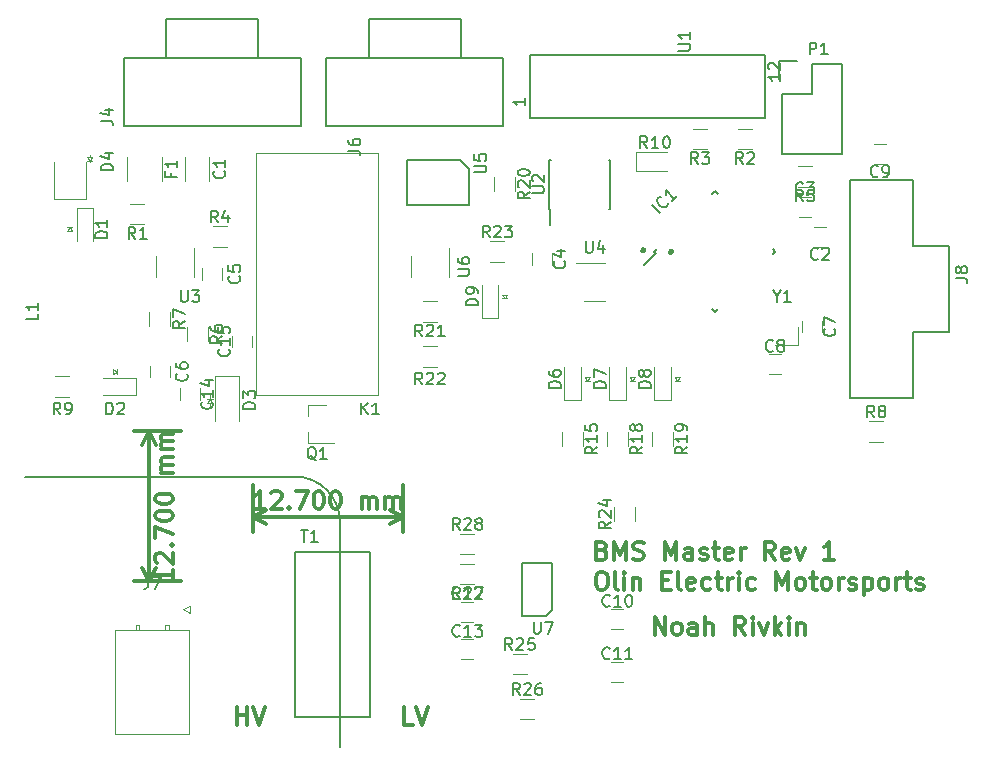
<source format=gto>
G04 #@! TF.FileFunction,Legend,Top*
%FSLAX46Y46*%
G04 Gerber Fmt 4.6, Leading zero omitted, Abs format (unit mm)*
G04 Created by KiCad (PCBNEW 4.0.7-e2-6376~58~ubuntu14.04.1) date Thu Feb  8 20:55:41 2018*
%MOMM*%
%LPD*%
G01*
G04 APERTURE LIST*
%ADD10C,0.100000*%
%ADD11C,0.300000*%
%ADD12C,0.200000*%
%ADD13C,0.150000*%
%ADD14C,0.120000*%
%ADD15C,0.500000*%
G04 APERTURE END LIST*
D10*
D11*
X144769498Y-101789429D02*
X143912355Y-101789429D01*
X144340927Y-101789429D02*
X144340927Y-100289429D01*
X144198070Y-100503715D01*
X144055212Y-100646572D01*
X143912355Y-100718001D01*
X145340926Y-100432287D02*
X145412355Y-100360858D01*
X145555212Y-100289429D01*
X145912355Y-100289429D01*
X146055212Y-100360858D01*
X146126641Y-100432287D01*
X146198069Y-100575144D01*
X146198069Y-100718001D01*
X146126641Y-100932287D01*
X145269498Y-101789429D01*
X146198069Y-101789429D01*
X146840926Y-101646572D02*
X146912354Y-101718001D01*
X146840926Y-101789429D01*
X146769497Y-101718001D01*
X146840926Y-101646572D01*
X146840926Y-101789429D01*
X147412355Y-100289429D02*
X148412355Y-100289429D01*
X147769498Y-101789429D01*
X149269497Y-100289429D02*
X149412354Y-100289429D01*
X149555211Y-100360858D01*
X149626640Y-100432287D01*
X149698069Y-100575144D01*
X149769497Y-100860858D01*
X149769497Y-101218001D01*
X149698069Y-101503715D01*
X149626640Y-101646572D01*
X149555211Y-101718001D01*
X149412354Y-101789429D01*
X149269497Y-101789429D01*
X149126640Y-101718001D01*
X149055211Y-101646572D01*
X148983783Y-101503715D01*
X148912354Y-101218001D01*
X148912354Y-100860858D01*
X148983783Y-100575144D01*
X149055211Y-100432287D01*
X149126640Y-100360858D01*
X149269497Y-100289429D01*
X150698068Y-100289429D02*
X150840925Y-100289429D01*
X150983782Y-100360858D01*
X151055211Y-100432287D01*
X151126640Y-100575144D01*
X151198068Y-100860858D01*
X151198068Y-101218001D01*
X151126640Y-101503715D01*
X151055211Y-101646572D01*
X150983782Y-101718001D01*
X150840925Y-101789429D01*
X150698068Y-101789429D01*
X150555211Y-101718001D01*
X150483782Y-101646572D01*
X150412354Y-101503715D01*
X150340925Y-101218001D01*
X150340925Y-100860858D01*
X150412354Y-100575144D01*
X150483782Y-100432287D01*
X150555211Y-100360858D01*
X150698068Y-100289429D01*
X152983782Y-101789429D02*
X152983782Y-100789429D01*
X152983782Y-100932287D02*
X153055210Y-100860858D01*
X153198068Y-100789429D01*
X153412353Y-100789429D01*
X153555210Y-100860858D01*
X153626639Y-101003715D01*
X153626639Y-101789429D01*
X153626639Y-101003715D02*
X153698068Y-100860858D01*
X153840925Y-100789429D01*
X154055210Y-100789429D01*
X154198068Y-100860858D01*
X154269496Y-101003715D01*
X154269496Y-101789429D01*
X154983782Y-101789429D02*
X154983782Y-100789429D01*
X154983782Y-100932287D02*
X155055210Y-100860858D01*
X155198068Y-100789429D01*
X155412353Y-100789429D01*
X155555210Y-100860858D01*
X155626639Y-101003715D01*
X155626639Y-101789429D01*
X155626639Y-101003715D02*
X155698068Y-100860858D01*
X155840925Y-100789429D01*
X156055210Y-100789429D01*
X156198068Y-100860858D01*
X156269496Y-101003715D01*
X156269496Y-101789429D01*
X156476640Y-102460858D02*
X143776640Y-102460858D01*
X156476640Y-103730858D02*
X156476640Y-99760858D01*
X143776640Y-103730858D02*
X143776640Y-99760858D01*
X143776640Y-102460858D02*
X144903144Y-101874437D01*
X143776640Y-102460858D02*
X144903144Y-103047279D01*
X156476640Y-102460858D02*
X155350136Y-101874437D01*
X156476640Y-102460858D02*
X155350136Y-103047279D01*
X137021641Y-106933742D02*
X137021641Y-107790885D01*
X137021641Y-107362313D02*
X135521641Y-107362313D01*
X135735927Y-107505170D01*
X135878784Y-107648028D01*
X135950213Y-107790885D01*
X135664499Y-106362314D02*
X135593070Y-106290885D01*
X135521641Y-106148028D01*
X135521641Y-105790885D01*
X135593070Y-105648028D01*
X135664499Y-105576599D01*
X135807356Y-105505171D01*
X135950213Y-105505171D01*
X136164499Y-105576599D01*
X137021641Y-106433742D01*
X137021641Y-105505171D01*
X136878784Y-104862314D02*
X136950213Y-104790886D01*
X137021641Y-104862314D01*
X136950213Y-104933743D01*
X136878784Y-104862314D01*
X137021641Y-104862314D01*
X135521641Y-104290885D02*
X135521641Y-103290885D01*
X137021641Y-103933742D01*
X135521641Y-102433743D02*
X135521641Y-102290886D01*
X135593070Y-102148029D01*
X135664499Y-102076600D01*
X135807356Y-102005171D01*
X136093070Y-101933743D01*
X136450213Y-101933743D01*
X136735927Y-102005171D01*
X136878784Y-102076600D01*
X136950213Y-102148029D01*
X137021641Y-102290886D01*
X137021641Y-102433743D01*
X136950213Y-102576600D01*
X136878784Y-102648029D01*
X136735927Y-102719457D01*
X136450213Y-102790886D01*
X136093070Y-102790886D01*
X135807356Y-102719457D01*
X135664499Y-102648029D01*
X135593070Y-102576600D01*
X135521641Y-102433743D01*
X135521641Y-101005172D02*
X135521641Y-100862315D01*
X135593070Y-100719458D01*
X135664499Y-100648029D01*
X135807356Y-100576600D01*
X136093070Y-100505172D01*
X136450213Y-100505172D01*
X136735927Y-100576600D01*
X136878784Y-100648029D01*
X136950213Y-100719458D01*
X137021641Y-100862315D01*
X137021641Y-101005172D01*
X136950213Y-101148029D01*
X136878784Y-101219458D01*
X136735927Y-101290886D01*
X136450213Y-101362315D01*
X136093070Y-101362315D01*
X135807356Y-101290886D01*
X135664499Y-101219458D01*
X135593070Y-101148029D01*
X135521641Y-101005172D01*
X137021641Y-98719458D02*
X136021641Y-98719458D01*
X136164499Y-98719458D02*
X136093070Y-98648030D01*
X136021641Y-98505172D01*
X136021641Y-98290887D01*
X136093070Y-98148030D01*
X136235927Y-98076601D01*
X137021641Y-98076601D01*
X136235927Y-98076601D02*
X136093070Y-98005172D01*
X136021641Y-97862315D01*
X136021641Y-97648030D01*
X136093070Y-97505172D01*
X136235927Y-97433744D01*
X137021641Y-97433744D01*
X137021641Y-96719458D02*
X136021641Y-96719458D01*
X136164499Y-96719458D02*
X136093070Y-96648030D01*
X136021641Y-96505172D01*
X136021641Y-96290887D01*
X136093070Y-96148030D01*
X136235927Y-96076601D01*
X137021641Y-96076601D01*
X136235927Y-96076601D02*
X136093070Y-96005172D01*
X136021641Y-95862315D01*
X136021641Y-95648030D01*
X136093070Y-95505172D01*
X136235927Y-95433744D01*
X137021641Y-95433744D01*
X134993070Y-107926600D02*
X134993070Y-95226600D01*
X133723070Y-107926600D02*
X137693070Y-107926600D01*
X133723070Y-95226600D02*
X137693070Y-95226600D01*
X134993070Y-95226600D02*
X135579491Y-96353104D01*
X134993070Y-95226600D02*
X134406649Y-96353104D01*
X134993070Y-107926600D02*
X135579491Y-106800096D01*
X134993070Y-107926600D02*
X134406649Y-106800096D01*
X177792857Y-112438571D02*
X177792857Y-110938571D01*
X178650000Y-112438571D01*
X178650000Y-110938571D01*
X179578572Y-112438571D02*
X179435714Y-112367143D01*
X179364286Y-112295714D01*
X179292857Y-112152857D01*
X179292857Y-111724286D01*
X179364286Y-111581429D01*
X179435714Y-111510000D01*
X179578572Y-111438571D01*
X179792857Y-111438571D01*
X179935714Y-111510000D01*
X180007143Y-111581429D01*
X180078572Y-111724286D01*
X180078572Y-112152857D01*
X180007143Y-112295714D01*
X179935714Y-112367143D01*
X179792857Y-112438571D01*
X179578572Y-112438571D01*
X181364286Y-112438571D02*
X181364286Y-111652857D01*
X181292857Y-111510000D01*
X181150000Y-111438571D01*
X180864286Y-111438571D01*
X180721429Y-111510000D01*
X181364286Y-112367143D02*
X181221429Y-112438571D01*
X180864286Y-112438571D01*
X180721429Y-112367143D01*
X180650000Y-112224286D01*
X180650000Y-112081429D01*
X180721429Y-111938571D01*
X180864286Y-111867143D01*
X181221429Y-111867143D01*
X181364286Y-111795714D01*
X182078572Y-112438571D02*
X182078572Y-110938571D01*
X182721429Y-112438571D02*
X182721429Y-111652857D01*
X182650000Y-111510000D01*
X182507143Y-111438571D01*
X182292858Y-111438571D01*
X182150000Y-111510000D01*
X182078572Y-111581429D01*
X185435715Y-112438571D02*
X184935715Y-111724286D01*
X184578572Y-112438571D02*
X184578572Y-110938571D01*
X185150000Y-110938571D01*
X185292858Y-111010000D01*
X185364286Y-111081429D01*
X185435715Y-111224286D01*
X185435715Y-111438571D01*
X185364286Y-111581429D01*
X185292858Y-111652857D01*
X185150000Y-111724286D01*
X184578572Y-111724286D01*
X186078572Y-112438571D02*
X186078572Y-111438571D01*
X186078572Y-110938571D02*
X186007143Y-111010000D01*
X186078572Y-111081429D01*
X186150000Y-111010000D01*
X186078572Y-110938571D01*
X186078572Y-111081429D01*
X186650001Y-111438571D02*
X187007144Y-112438571D01*
X187364286Y-111438571D01*
X187935715Y-112438571D02*
X187935715Y-110938571D01*
X188078572Y-111867143D02*
X188507143Y-112438571D01*
X188507143Y-111438571D02*
X187935715Y-112010000D01*
X189150001Y-112438571D02*
X189150001Y-111438571D01*
X189150001Y-110938571D02*
X189078572Y-111010000D01*
X189150001Y-111081429D01*
X189221429Y-111010000D01*
X189150001Y-110938571D01*
X189150001Y-111081429D01*
X189864287Y-111438571D02*
X189864287Y-112438571D01*
X189864287Y-111581429D02*
X189935715Y-111510000D01*
X190078573Y-111438571D01*
X190292858Y-111438571D01*
X190435715Y-111510000D01*
X190507144Y-111652857D01*
X190507144Y-112438571D01*
X173154286Y-107128571D02*
X173440000Y-107128571D01*
X173582858Y-107200000D01*
X173725715Y-107342857D01*
X173797143Y-107628571D01*
X173797143Y-108128571D01*
X173725715Y-108414286D01*
X173582858Y-108557143D01*
X173440000Y-108628571D01*
X173154286Y-108628571D01*
X173011429Y-108557143D01*
X172868572Y-108414286D01*
X172797143Y-108128571D01*
X172797143Y-107628571D01*
X172868572Y-107342857D01*
X173011429Y-107200000D01*
X173154286Y-107128571D01*
X174654287Y-108628571D02*
X174511429Y-108557143D01*
X174440001Y-108414286D01*
X174440001Y-107128571D01*
X175225715Y-108628571D02*
X175225715Y-107628571D01*
X175225715Y-107128571D02*
X175154286Y-107200000D01*
X175225715Y-107271429D01*
X175297143Y-107200000D01*
X175225715Y-107128571D01*
X175225715Y-107271429D01*
X175940001Y-107628571D02*
X175940001Y-108628571D01*
X175940001Y-107771429D02*
X176011429Y-107700000D01*
X176154287Y-107628571D01*
X176368572Y-107628571D01*
X176511429Y-107700000D01*
X176582858Y-107842857D01*
X176582858Y-108628571D01*
X178440001Y-107842857D02*
X178940001Y-107842857D01*
X179154287Y-108628571D02*
X178440001Y-108628571D01*
X178440001Y-107128571D01*
X179154287Y-107128571D01*
X180011430Y-108628571D02*
X179868572Y-108557143D01*
X179797144Y-108414286D01*
X179797144Y-107128571D01*
X181154286Y-108557143D02*
X181011429Y-108628571D01*
X180725715Y-108628571D01*
X180582858Y-108557143D01*
X180511429Y-108414286D01*
X180511429Y-107842857D01*
X180582858Y-107700000D01*
X180725715Y-107628571D01*
X181011429Y-107628571D01*
X181154286Y-107700000D01*
X181225715Y-107842857D01*
X181225715Y-107985714D01*
X180511429Y-108128571D01*
X182511429Y-108557143D02*
X182368572Y-108628571D01*
X182082858Y-108628571D01*
X181940000Y-108557143D01*
X181868572Y-108485714D01*
X181797143Y-108342857D01*
X181797143Y-107914286D01*
X181868572Y-107771429D01*
X181940000Y-107700000D01*
X182082858Y-107628571D01*
X182368572Y-107628571D01*
X182511429Y-107700000D01*
X182940000Y-107628571D02*
X183511429Y-107628571D01*
X183154286Y-107128571D02*
X183154286Y-108414286D01*
X183225714Y-108557143D01*
X183368572Y-108628571D01*
X183511429Y-108628571D01*
X184011429Y-108628571D02*
X184011429Y-107628571D01*
X184011429Y-107914286D02*
X184082857Y-107771429D01*
X184154286Y-107700000D01*
X184297143Y-107628571D01*
X184440000Y-107628571D01*
X184940000Y-108628571D02*
X184940000Y-107628571D01*
X184940000Y-107128571D02*
X184868571Y-107200000D01*
X184940000Y-107271429D01*
X185011428Y-107200000D01*
X184940000Y-107128571D01*
X184940000Y-107271429D01*
X186297143Y-108557143D02*
X186154286Y-108628571D01*
X185868572Y-108628571D01*
X185725714Y-108557143D01*
X185654286Y-108485714D01*
X185582857Y-108342857D01*
X185582857Y-107914286D01*
X185654286Y-107771429D01*
X185725714Y-107700000D01*
X185868572Y-107628571D01*
X186154286Y-107628571D01*
X186297143Y-107700000D01*
X188082857Y-108628571D02*
X188082857Y-107128571D01*
X188582857Y-108200000D01*
X189082857Y-107128571D01*
X189082857Y-108628571D01*
X190011429Y-108628571D02*
X189868571Y-108557143D01*
X189797143Y-108485714D01*
X189725714Y-108342857D01*
X189725714Y-107914286D01*
X189797143Y-107771429D01*
X189868571Y-107700000D01*
X190011429Y-107628571D01*
X190225714Y-107628571D01*
X190368571Y-107700000D01*
X190440000Y-107771429D01*
X190511429Y-107914286D01*
X190511429Y-108342857D01*
X190440000Y-108485714D01*
X190368571Y-108557143D01*
X190225714Y-108628571D01*
X190011429Y-108628571D01*
X190940000Y-107628571D02*
X191511429Y-107628571D01*
X191154286Y-107128571D02*
X191154286Y-108414286D01*
X191225714Y-108557143D01*
X191368572Y-108628571D01*
X191511429Y-108628571D01*
X192225715Y-108628571D02*
X192082857Y-108557143D01*
X192011429Y-108485714D01*
X191940000Y-108342857D01*
X191940000Y-107914286D01*
X192011429Y-107771429D01*
X192082857Y-107700000D01*
X192225715Y-107628571D01*
X192440000Y-107628571D01*
X192582857Y-107700000D01*
X192654286Y-107771429D01*
X192725715Y-107914286D01*
X192725715Y-108342857D01*
X192654286Y-108485714D01*
X192582857Y-108557143D01*
X192440000Y-108628571D01*
X192225715Y-108628571D01*
X193368572Y-108628571D02*
X193368572Y-107628571D01*
X193368572Y-107914286D02*
X193440000Y-107771429D01*
X193511429Y-107700000D01*
X193654286Y-107628571D01*
X193797143Y-107628571D01*
X194225714Y-108557143D02*
X194368571Y-108628571D01*
X194654286Y-108628571D01*
X194797143Y-108557143D01*
X194868571Y-108414286D01*
X194868571Y-108342857D01*
X194797143Y-108200000D01*
X194654286Y-108128571D01*
X194440000Y-108128571D01*
X194297143Y-108057143D01*
X194225714Y-107914286D01*
X194225714Y-107842857D01*
X194297143Y-107700000D01*
X194440000Y-107628571D01*
X194654286Y-107628571D01*
X194797143Y-107700000D01*
X195511429Y-107628571D02*
X195511429Y-109128571D01*
X195511429Y-107700000D02*
X195654286Y-107628571D01*
X195940000Y-107628571D01*
X196082857Y-107700000D01*
X196154286Y-107771429D01*
X196225715Y-107914286D01*
X196225715Y-108342857D01*
X196154286Y-108485714D01*
X196082857Y-108557143D01*
X195940000Y-108628571D01*
X195654286Y-108628571D01*
X195511429Y-108557143D01*
X197082858Y-108628571D02*
X196940000Y-108557143D01*
X196868572Y-108485714D01*
X196797143Y-108342857D01*
X196797143Y-107914286D01*
X196868572Y-107771429D01*
X196940000Y-107700000D01*
X197082858Y-107628571D01*
X197297143Y-107628571D01*
X197440000Y-107700000D01*
X197511429Y-107771429D01*
X197582858Y-107914286D01*
X197582858Y-108342857D01*
X197511429Y-108485714D01*
X197440000Y-108557143D01*
X197297143Y-108628571D01*
X197082858Y-108628571D01*
X198225715Y-108628571D02*
X198225715Y-107628571D01*
X198225715Y-107914286D02*
X198297143Y-107771429D01*
X198368572Y-107700000D01*
X198511429Y-107628571D01*
X198654286Y-107628571D01*
X198940000Y-107628571D02*
X199511429Y-107628571D01*
X199154286Y-107128571D02*
X199154286Y-108414286D01*
X199225714Y-108557143D01*
X199368572Y-108628571D01*
X199511429Y-108628571D01*
X199940000Y-108557143D02*
X200082857Y-108628571D01*
X200368572Y-108628571D01*
X200511429Y-108557143D01*
X200582857Y-108414286D01*
X200582857Y-108342857D01*
X200511429Y-108200000D01*
X200368572Y-108128571D01*
X200154286Y-108128571D01*
X200011429Y-108057143D01*
X199940000Y-107914286D01*
X199940000Y-107842857D01*
X200011429Y-107700000D01*
X200154286Y-107628571D01*
X200368572Y-107628571D01*
X200511429Y-107700000D01*
X173344287Y-105302857D02*
X173558573Y-105374286D01*
X173630001Y-105445714D01*
X173701430Y-105588571D01*
X173701430Y-105802857D01*
X173630001Y-105945714D01*
X173558573Y-106017143D01*
X173415715Y-106088571D01*
X172844287Y-106088571D01*
X172844287Y-104588571D01*
X173344287Y-104588571D01*
X173487144Y-104660000D01*
X173558573Y-104731429D01*
X173630001Y-104874286D01*
X173630001Y-105017143D01*
X173558573Y-105160000D01*
X173487144Y-105231429D01*
X173344287Y-105302857D01*
X172844287Y-105302857D01*
X174344287Y-106088571D02*
X174344287Y-104588571D01*
X174844287Y-105660000D01*
X175344287Y-104588571D01*
X175344287Y-106088571D01*
X175987144Y-106017143D02*
X176201430Y-106088571D01*
X176558573Y-106088571D01*
X176701430Y-106017143D01*
X176772859Y-105945714D01*
X176844287Y-105802857D01*
X176844287Y-105660000D01*
X176772859Y-105517143D01*
X176701430Y-105445714D01*
X176558573Y-105374286D01*
X176272859Y-105302857D01*
X176130001Y-105231429D01*
X176058573Y-105160000D01*
X175987144Y-105017143D01*
X175987144Y-104874286D01*
X176058573Y-104731429D01*
X176130001Y-104660000D01*
X176272859Y-104588571D01*
X176630001Y-104588571D01*
X176844287Y-104660000D01*
X178630001Y-106088571D02*
X178630001Y-104588571D01*
X179130001Y-105660000D01*
X179630001Y-104588571D01*
X179630001Y-106088571D01*
X180987144Y-106088571D02*
X180987144Y-105302857D01*
X180915715Y-105160000D01*
X180772858Y-105088571D01*
X180487144Y-105088571D01*
X180344287Y-105160000D01*
X180987144Y-106017143D02*
X180844287Y-106088571D01*
X180487144Y-106088571D01*
X180344287Y-106017143D01*
X180272858Y-105874286D01*
X180272858Y-105731429D01*
X180344287Y-105588571D01*
X180487144Y-105517143D01*
X180844287Y-105517143D01*
X180987144Y-105445714D01*
X181630001Y-106017143D02*
X181772858Y-106088571D01*
X182058573Y-106088571D01*
X182201430Y-106017143D01*
X182272858Y-105874286D01*
X182272858Y-105802857D01*
X182201430Y-105660000D01*
X182058573Y-105588571D01*
X181844287Y-105588571D01*
X181701430Y-105517143D01*
X181630001Y-105374286D01*
X181630001Y-105302857D01*
X181701430Y-105160000D01*
X181844287Y-105088571D01*
X182058573Y-105088571D01*
X182201430Y-105160000D01*
X182701430Y-105088571D02*
X183272859Y-105088571D01*
X182915716Y-104588571D02*
X182915716Y-105874286D01*
X182987144Y-106017143D01*
X183130002Y-106088571D01*
X183272859Y-106088571D01*
X184344287Y-106017143D02*
X184201430Y-106088571D01*
X183915716Y-106088571D01*
X183772859Y-106017143D01*
X183701430Y-105874286D01*
X183701430Y-105302857D01*
X183772859Y-105160000D01*
X183915716Y-105088571D01*
X184201430Y-105088571D01*
X184344287Y-105160000D01*
X184415716Y-105302857D01*
X184415716Y-105445714D01*
X183701430Y-105588571D01*
X185058573Y-106088571D02*
X185058573Y-105088571D01*
X185058573Y-105374286D02*
X185130001Y-105231429D01*
X185201430Y-105160000D01*
X185344287Y-105088571D01*
X185487144Y-105088571D01*
X187987144Y-106088571D02*
X187487144Y-105374286D01*
X187130001Y-106088571D02*
X187130001Y-104588571D01*
X187701429Y-104588571D01*
X187844287Y-104660000D01*
X187915715Y-104731429D01*
X187987144Y-104874286D01*
X187987144Y-105088571D01*
X187915715Y-105231429D01*
X187844287Y-105302857D01*
X187701429Y-105374286D01*
X187130001Y-105374286D01*
X189201429Y-106017143D02*
X189058572Y-106088571D01*
X188772858Y-106088571D01*
X188630001Y-106017143D01*
X188558572Y-105874286D01*
X188558572Y-105302857D01*
X188630001Y-105160000D01*
X188772858Y-105088571D01*
X189058572Y-105088571D01*
X189201429Y-105160000D01*
X189272858Y-105302857D01*
X189272858Y-105445714D01*
X188558572Y-105588571D01*
X189772858Y-105088571D02*
X190130001Y-106088571D01*
X190487143Y-105088571D01*
X192987143Y-106088571D02*
X192130000Y-106088571D01*
X192558572Y-106088571D02*
X192558572Y-104588571D01*
X192415715Y-104802857D01*
X192272857Y-104945714D01*
X192130000Y-105017143D01*
D12*
X151130000Y-102870000D02*
G75*
G03X147320000Y-99060000I-3810000J0D01*
G01*
X147320000Y-99060000D02*
X124460000Y-99060000D01*
X151130000Y-121920000D02*
X151130000Y-102870000D01*
D11*
X157301429Y-120058571D02*
X156587143Y-120058571D01*
X156587143Y-118558571D01*
X157587143Y-118558571D02*
X158087143Y-120058571D01*
X158587143Y-118558571D01*
X142438572Y-120058571D02*
X142438572Y-118558571D01*
X142438572Y-119272857D02*
X143295715Y-119272857D01*
X143295715Y-120058571D02*
X143295715Y-118558571D01*
X143795715Y-118558571D02*
X144295715Y-120058571D01*
X144795715Y-118558571D01*
D13*
X147320000Y-119380000D02*
X147320000Y-105410000D01*
X153670000Y-105410000D02*
X153670000Y-119380000D01*
X147320000Y-105410000D02*
X153670000Y-105410000D01*
X153670000Y-119380000D02*
X147320000Y-119380000D01*
X169070000Y-106395000D02*
X169070000Y-110395000D01*
X166570000Y-106395000D02*
X166570000Y-110895000D01*
X169070000Y-110395000D02*
X168570000Y-110895000D01*
X168570000Y-110895000D02*
X166570000Y-110895000D01*
X166570000Y-106395000D02*
X169070000Y-106395000D01*
D14*
X138045000Y-72025000D02*
X138045000Y-74025000D01*
X140085000Y-74025000D02*
X140085000Y-72025000D01*
X191270000Y-79590000D02*
X192270000Y-79590000D01*
X192270000Y-77890000D02*
X191270000Y-77890000D01*
X191000000Y-75350000D02*
X190000000Y-75350000D01*
X190000000Y-77050000D02*
X191000000Y-77050000D01*
X169125000Y-81145000D02*
X169125000Y-80145000D01*
X167425000Y-80145000D02*
X167425000Y-81145000D01*
X139485000Y-81415000D02*
X139485000Y-82415000D01*
X141185000Y-82415000D02*
X141185000Y-81415000D01*
X136740000Y-90670000D02*
X136740000Y-89670000D01*
X135040000Y-89670000D02*
X135040000Y-90670000D01*
X191985000Y-86860000D02*
X191985000Y-85860000D01*
X190285000Y-85860000D02*
X190285000Y-86860000D01*
X188460000Y-88685000D02*
X187460000Y-88685000D01*
X187460000Y-90385000D02*
X188460000Y-90385000D01*
X196350000Y-72605000D02*
X197350000Y-72605000D01*
X197350000Y-70905000D02*
X196350000Y-70905000D01*
X175125000Y-110275000D02*
X174125000Y-110275000D01*
X174125000Y-111975000D02*
X175125000Y-111975000D01*
X175125000Y-114720000D02*
X174125000Y-114720000D01*
X174125000Y-116420000D02*
X175125000Y-116420000D01*
X162425000Y-109640000D02*
X161425000Y-109640000D01*
X161425000Y-111340000D02*
X162425000Y-111340000D01*
X162425000Y-112815000D02*
X161425000Y-112815000D01*
X161425000Y-114515000D02*
X162425000Y-114515000D01*
X130240000Y-76305000D02*
X128840000Y-76305000D01*
D10*
X128470000Y-77959000D02*
X128070000Y-77959000D01*
X128270000Y-77959000D02*
X128470000Y-78259000D01*
X128070000Y-78259000D02*
X128270000Y-77959000D01*
X128470000Y-78259000D02*
X128070000Y-78259000D01*
D14*
X128840000Y-76305000D02*
X128840000Y-79105000D01*
X130240000Y-76305000D02*
X130240000Y-79105000D01*
X133880000Y-92140000D02*
X133880000Y-90740000D01*
D10*
X132226000Y-90370000D02*
X132226000Y-89970000D01*
X132226000Y-90170000D02*
X131926000Y-90370000D01*
X131926000Y-89970000D02*
X132226000Y-90170000D01*
X131926000Y-90370000D02*
X131926000Y-89970000D01*
D14*
X133880000Y-90740000D02*
X131080000Y-90740000D01*
X133880000Y-92140000D02*
X131080000Y-92140000D01*
D10*
X140105000Y-92810000D02*
X140105000Y-93210000D01*
X140105000Y-92510000D02*
X140305000Y-92810000D01*
X140305000Y-92810000D02*
X139905000Y-92810000D01*
X139905000Y-92810000D02*
X140105000Y-92510000D01*
X140105000Y-92110000D02*
X140105000Y-92510000D01*
X140105000Y-92510000D02*
X140355000Y-92510000D01*
X140355000Y-92510000D02*
X139855000Y-92510000D01*
D14*
X142605000Y-90510000D02*
X140605000Y-90510000D01*
X140605000Y-90510000D02*
X140605000Y-94360000D01*
X142605000Y-90510000D02*
X142605000Y-94360000D01*
X126936500Y-75565000D02*
X129603500Y-75565000D01*
D10*
X129966000Y-72006000D02*
X129966000Y-71856000D01*
X129766000Y-72006000D02*
X129966000Y-72306000D01*
X130166000Y-72006000D02*
X129766000Y-72006000D01*
X129966000Y-72306000D02*
X130166000Y-72006000D01*
X129966000Y-72306000D02*
X129966000Y-72456000D01*
X130166000Y-72306000D02*
X129766000Y-72306000D01*
D14*
X129603500Y-75565000D02*
X129603500Y-72390000D01*
X126936500Y-75565000D02*
X126936500Y-72390000D01*
X170115000Y-92605000D02*
X171515000Y-92605000D01*
D10*
X171885000Y-90951000D02*
X172285000Y-90951000D01*
X172085000Y-90951000D02*
X171885000Y-90651000D01*
X172285000Y-90651000D02*
X172085000Y-90951000D01*
X171885000Y-90651000D02*
X172285000Y-90651000D01*
D14*
X171515000Y-92605000D02*
X171515000Y-89805000D01*
X170115000Y-92605000D02*
X170115000Y-89805000D01*
X173925000Y-92605000D02*
X175325000Y-92605000D01*
D10*
X175695000Y-90951000D02*
X176095000Y-90951000D01*
X175895000Y-90951000D02*
X175695000Y-90651000D01*
X176095000Y-90651000D02*
X175895000Y-90951000D01*
X175695000Y-90651000D02*
X176095000Y-90651000D01*
D14*
X175325000Y-92605000D02*
X175325000Y-89805000D01*
X173925000Y-92605000D02*
X173925000Y-89805000D01*
X177735000Y-92605000D02*
X179135000Y-92605000D01*
D10*
X179505000Y-90951000D02*
X179905000Y-90951000D01*
X179705000Y-90951000D02*
X179505000Y-90651000D01*
X179905000Y-90651000D02*
X179705000Y-90951000D01*
X179505000Y-90651000D02*
X179905000Y-90651000D01*
D14*
X179135000Y-92605000D02*
X179135000Y-89805000D01*
X177735000Y-92605000D02*
X177735000Y-89805000D01*
X163130000Y-85620000D02*
X164530000Y-85620000D01*
D10*
X164900000Y-83966000D02*
X165300000Y-83966000D01*
X165100000Y-83966000D02*
X164900000Y-83666000D01*
X165300000Y-83666000D02*
X165100000Y-83966000D01*
X164900000Y-83666000D02*
X165300000Y-83666000D01*
D14*
X164530000Y-85620000D02*
X164530000Y-82820000D01*
X163130000Y-85620000D02*
X163130000Y-82820000D01*
X133140000Y-74025000D02*
X133140000Y-72025000D01*
X136100000Y-72025000D02*
X136100000Y-74025000D01*
D15*
X179177054Y-80027961D02*
G75*
G03X179177054Y-80027961I-50801J0D01*
G01*
X176842186Y-79884276D02*
G75*
G03X176842186Y-79884276I-50800J0D01*
G01*
D13*
X177753476Y-80010000D02*
X177912575Y-80169099D01*
X182880000Y-74883476D02*
X183109810Y-75113286D01*
X188006524Y-80010000D02*
X187776714Y-79780190D01*
X182880000Y-85136524D02*
X182650190Y-84906714D01*
X177753476Y-80010000D02*
X177983286Y-79780190D01*
X182880000Y-85136524D02*
X183109810Y-84906714D01*
X188006524Y-80010000D02*
X187776714Y-80239810D01*
X182880000Y-74883476D02*
X182650190Y-75113286D01*
X177912575Y-80169099D02*
X176904948Y-81176726D01*
X161380000Y-63620000D02*
X161380000Y-60310000D01*
X161380000Y-60310000D02*
X153580000Y-60310000D01*
X153580000Y-60310000D02*
X153580000Y-63620000D01*
X149980000Y-63620000D02*
X149980000Y-69342000D01*
X164980000Y-63620000D02*
X164980000Y-69342000D01*
X149980000Y-63620000D02*
X164980000Y-63620000D01*
X149980000Y-69342000D02*
X164980000Y-69342000D01*
D14*
X138355000Y-120825000D02*
X138355000Y-112065000D01*
X138355000Y-112065000D02*
X132115000Y-112065000D01*
X132115000Y-112065000D02*
X132115000Y-120825000D01*
X132115000Y-120825000D02*
X138355000Y-120825000D01*
X136635000Y-112065000D02*
X136635000Y-111595000D01*
X136635000Y-111595000D02*
X136335000Y-111595000D01*
X136335000Y-111595000D02*
X136335000Y-112065000D01*
X136335000Y-112065000D02*
X136635000Y-112065000D01*
X134135000Y-112065000D02*
X134135000Y-111595000D01*
X134135000Y-111595000D02*
X133835000Y-111595000D01*
X133835000Y-111595000D02*
X133835000Y-112065000D01*
X133835000Y-112065000D02*
X134135000Y-112065000D01*
X137885000Y-110295000D02*
X138485000Y-109995000D01*
X138485000Y-109995000D02*
X138485000Y-110595000D01*
X138485000Y-110595000D02*
X137885000Y-110295000D01*
X154375000Y-92135000D02*
X154375000Y-71695000D01*
X154375000Y-71695000D02*
X144075000Y-71695000D01*
X154375000Y-92135000D02*
X144075000Y-92135000D01*
X144075000Y-92135000D02*
X144075000Y-71695000D01*
D13*
X188595000Y-66675000D02*
X188595000Y-71755000D01*
X188315000Y-63855000D02*
X189865000Y-63855000D01*
X191135000Y-64135000D02*
X191135000Y-66675000D01*
X191135000Y-66675000D02*
X188595000Y-66675000D01*
X188595000Y-71755000D02*
X193675000Y-71755000D01*
X193675000Y-71755000D02*
X193675000Y-66675000D01*
X188315000Y-63855000D02*
X188315000Y-65405000D01*
X193675000Y-64135000D02*
X191135000Y-64135000D01*
X193675000Y-66675000D02*
X193675000Y-64135000D01*
D14*
X148465000Y-93035000D02*
X148465000Y-93965000D01*
X148465000Y-96195000D02*
X148465000Y-95265000D01*
X148465000Y-96195000D02*
X150625000Y-96195000D01*
X148465000Y-93035000D02*
X149925000Y-93035000D01*
X133385000Y-75955000D02*
X134585000Y-75955000D01*
X134585000Y-77715000D02*
X133385000Y-77715000D01*
X184820000Y-69605000D02*
X186020000Y-69605000D01*
X186020000Y-71365000D02*
X184820000Y-71365000D01*
X181010000Y-69605000D02*
X182210000Y-69605000D01*
X182210000Y-71365000D02*
X181010000Y-71365000D01*
X141570000Y-79620000D02*
X140370000Y-79620000D01*
X140370000Y-77860000D02*
X141570000Y-77860000D01*
X189900000Y-72780000D02*
X191100000Y-72780000D01*
X191100000Y-74540000D02*
X189900000Y-74540000D01*
X138185000Y-87595000D02*
X138185000Y-86395000D01*
X139945000Y-86395000D02*
X139945000Y-87595000D01*
X135010000Y-86325000D02*
X135010000Y-85125000D01*
X136770000Y-85125000D02*
X136770000Y-86325000D01*
X128235000Y-92320000D02*
X127035000Y-92320000D01*
X127035000Y-90560000D02*
X128235000Y-90560000D01*
X176200000Y-71590000D02*
X176200000Y-73190000D01*
X176200000Y-73190000D02*
X178800000Y-73190000D01*
X176200000Y-71590000D02*
X178800000Y-71590000D01*
X169935000Y-96485000D02*
X169935000Y-95285000D01*
X171695000Y-95285000D02*
X171695000Y-96485000D01*
X173745000Y-96485000D02*
X173745000Y-95285000D01*
X175505000Y-95285000D02*
X175505000Y-96485000D01*
X177555000Y-96485000D02*
X177555000Y-95285000D01*
X179315000Y-95285000D02*
X179315000Y-96485000D01*
X164220000Y-74895000D02*
X164220000Y-73695000D01*
X165980000Y-73695000D02*
X165980000Y-74895000D01*
X158150000Y-84210000D02*
X159350000Y-84210000D01*
X159350000Y-85970000D02*
X158150000Y-85970000D01*
X159350000Y-89780000D02*
X158150000Y-89780000D01*
X158150000Y-88020000D02*
X159350000Y-88020000D01*
X165065000Y-80890000D02*
X163865000Y-80890000D01*
X163865000Y-79130000D02*
X165065000Y-79130000D01*
X176140000Y-101635000D02*
X176140000Y-102835000D01*
X174380000Y-102835000D02*
X174380000Y-101635000D01*
X166970000Y-115815000D02*
X165770000Y-115815000D01*
X165770000Y-114055000D02*
X166970000Y-114055000D01*
X167605000Y-119625000D02*
X166405000Y-119625000D01*
X166405000Y-117865000D02*
X167605000Y-117865000D01*
X161325000Y-106435000D02*
X162525000Y-106435000D01*
X162525000Y-108195000D02*
X161325000Y-108195000D01*
X162525000Y-105655000D02*
X161325000Y-105655000D01*
X161325000Y-103895000D02*
X162525000Y-103895000D01*
D13*
X187090000Y-68690000D02*
X187090000Y-63390000D01*
X167240000Y-68690000D02*
X167240000Y-63390000D01*
X187090000Y-68690000D02*
X167240000Y-68690000D01*
X187090000Y-63390000D02*
X167240000Y-63390000D01*
X168875000Y-76370000D02*
X168925000Y-76370000D01*
X168875000Y-72220000D02*
X169020000Y-72220000D01*
X174025000Y-72220000D02*
X173880000Y-72220000D01*
X174025000Y-76370000D02*
X173880000Y-76370000D01*
X168875000Y-76370000D02*
X168875000Y-72220000D01*
X174025000Y-76370000D02*
X174025000Y-72220000D01*
X168925000Y-76370000D02*
X168925000Y-77770000D01*
D14*
X135550000Y-80380000D02*
X135550000Y-82180000D01*
X138770000Y-82180000D02*
X138770000Y-79730000D01*
X171820000Y-84160000D02*
X173620000Y-84160000D01*
X173620000Y-80940000D02*
X171170000Y-80940000D01*
D13*
X156825000Y-72295000D02*
X161325000Y-72295000D01*
X162075000Y-76045000D02*
X156825000Y-76045000D01*
X161325000Y-72295000D02*
X162075000Y-73045000D01*
X162075000Y-73045000D02*
X162075000Y-76045000D01*
X156825000Y-76045000D02*
X156825000Y-72295000D01*
D14*
X157140000Y-80380000D02*
X157140000Y-82180000D01*
X160360000Y-82180000D02*
X160360000Y-79730000D01*
D10*
X189960000Y-87960000D02*
X187960000Y-87960000D01*
X189960000Y-87960000D02*
X189960000Y-86360000D01*
D13*
X144235000Y-63620000D02*
X144235000Y-60310000D01*
X144235000Y-60310000D02*
X136435000Y-60310000D01*
X136435000Y-60310000D02*
X136435000Y-63620000D01*
X132835000Y-63620000D02*
X132835000Y-69342000D01*
X147835000Y-63620000D02*
X147835000Y-69342000D01*
X132835000Y-63620000D02*
X147835000Y-63620000D01*
X132835000Y-69342000D02*
X147835000Y-69342000D01*
X202720000Y-86830000D02*
X202720000Y-79540000D01*
X199660000Y-79540000D02*
X202720000Y-79540000D01*
X199660000Y-86830000D02*
X202720000Y-86830000D01*
X199660000Y-73935000D02*
X199660000Y-79540000D01*
X199660000Y-92435000D02*
X199660000Y-86830000D01*
X194310000Y-92435000D02*
X199660000Y-92435000D01*
X194310000Y-73935000D02*
X199660000Y-73935000D01*
X194310000Y-83185000D02*
X194310000Y-73935000D01*
X194310000Y-83185000D02*
X194310000Y-92435000D01*
D14*
X139280000Y-92575000D02*
X139280000Y-91575000D01*
X137580000Y-91575000D02*
X137580000Y-92575000D01*
X142025000Y-87130000D02*
X142025000Y-88130000D01*
X143725000Y-88130000D02*
X143725000Y-87130000D01*
X197135000Y-96130000D02*
X195935000Y-96130000D01*
X195935000Y-94370000D02*
X197135000Y-94370000D01*
D13*
X147828095Y-103592381D02*
X148399524Y-103592381D01*
X148113809Y-104592381D02*
X148113809Y-103592381D01*
X149256667Y-104592381D02*
X148685238Y-104592381D01*
X148970952Y-104592381D02*
X148970952Y-103592381D01*
X148875714Y-103735238D01*
X148780476Y-103830476D01*
X148685238Y-103878095D01*
X167558095Y-111347381D02*
X167558095Y-112156905D01*
X167605714Y-112252143D01*
X167653333Y-112299762D01*
X167748571Y-112347381D01*
X167939048Y-112347381D01*
X168034286Y-112299762D01*
X168081905Y-112252143D01*
X168129524Y-112156905D01*
X168129524Y-111347381D01*
X168510476Y-111347381D02*
X169177143Y-111347381D01*
X168748571Y-112347381D01*
X141327143Y-73191666D02*
X141374762Y-73239285D01*
X141422381Y-73382142D01*
X141422381Y-73477380D01*
X141374762Y-73620238D01*
X141279524Y-73715476D01*
X141184286Y-73763095D01*
X140993810Y-73810714D01*
X140850952Y-73810714D01*
X140660476Y-73763095D01*
X140565238Y-73715476D01*
X140470000Y-73620238D01*
X140422381Y-73477380D01*
X140422381Y-73382142D01*
X140470000Y-73239285D01*
X140517619Y-73191666D01*
X141422381Y-72239285D02*
X141422381Y-72810714D01*
X141422381Y-72525000D02*
X140422381Y-72525000D01*
X140565238Y-72620238D01*
X140660476Y-72715476D01*
X140708095Y-72810714D01*
X191603334Y-80597143D02*
X191555715Y-80644762D01*
X191412858Y-80692381D01*
X191317620Y-80692381D01*
X191174762Y-80644762D01*
X191079524Y-80549524D01*
X191031905Y-80454286D01*
X190984286Y-80263810D01*
X190984286Y-80120952D01*
X191031905Y-79930476D01*
X191079524Y-79835238D01*
X191174762Y-79740000D01*
X191317620Y-79692381D01*
X191412858Y-79692381D01*
X191555715Y-79740000D01*
X191603334Y-79787619D01*
X191984286Y-79787619D02*
X192031905Y-79740000D01*
X192127143Y-79692381D01*
X192365239Y-79692381D01*
X192460477Y-79740000D01*
X192508096Y-79787619D01*
X192555715Y-79882857D01*
X192555715Y-79978095D01*
X192508096Y-80120952D01*
X191936667Y-80692381D01*
X192555715Y-80692381D01*
X190333334Y-75057143D02*
X190285715Y-75104762D01*
X190142858Y-75152381D01*
X190047620Y-75152381D01*
X189904762Y-75104762D01*
X189809524Y-75009524D01*
X189761905Y-74914286D01*
X189714286Y-74723810D01*
X189714286Y-74580952D01*
X189761905Y-74390476D01*
X189809524Y-74295238D01*
X189904762Y-74200000D01*
X190047620Y-74152381D01*
X190142858Y-74152381D01*
X190285715Y-74200000D01*
X190333334Y-74247619D01*
X190666667Y-74152381D02*
X191285715Y-74152381D01*
X190952381Y-74533333D01*
X191095239Y-74533333D01*
X191190477Y-74580952D01*
X191238096Y-74628571D01*
X191285715Y-74723810D01*
X191285715Y-74961905D01*
X191238096Y-75057143D01*
X191190477Y-75104762D01*
X191095239Y-75152381D01*
X190809524Y-75152381D01*
X190714286Y-75104762D01*
X190666667Y-75057143D01*
X170132143Y-80811666D02*
X170179762Y-80859285D01*
X170227381Y-81002142D01*
X170227381Y-81097380D01*
X170179762Y-81240238D01*
X170084524Y-81335476D01*
X169989286Y-81383095D01*
X169798810Y-81430714D01*
X169655952Y-81430714D01*
X169465476Y-81383095D01*
X169370238Y-81335476D01*
X169275000Y-81240238D01*
X169227381Y-81097380D01*
X169227381Y-81002142D01*
X169275000Y-80859285D01*
X169322619Y-80811666D01*
X169560714Y-79954523D02*
X170227381Y-79954523D01*
X169179762Y-80192619D02*
X169894048Y-80430714D01*
X169894048Y-79811666D01*
X142597143Y-82081666D02*
X142644762Y-82129285D01*
X142692381Y-82272142D01*
X142692381Y-82367380D01*
X142644762Y-82510238D01*
X142549524Y-82605476D01*
X142454286Y-82653095D01*
X142263810Y-82700714D01*
X142120952Y-82700714D01*
X141930476Y-82653095D01*
X141835238Y-82605476D01*
X141740000Y-82510238D01*
X141692381Y-82367380D01*
X141692381Y-82272142D01*
X141740000Y-82129285D01*
X141787619Y-82081666D01*
X141692381Y-81176904D02*
X141692381Y-81653095D01*
X142168571Y-81700714D01*
X142120952Y-81653095D01*
X142073333Y-81557857D01*
X142073333Y-81319761D01*
X142120952Y-81224523D01*
X142168571Y-81176904D01*
X142263810Y-81129285D01*
X142501905Y-81129285D01*
X142597143Y-81176904D01*
X142644762Y-81224523D01*
X142692381Y-81319761D01*
X142692381Y-81557857D01*
X142644762Y-81653095D01*
X142597143Y-81700714D01*
X138152143Y-90336666D02*
X138199762Y-90384285D01*
X138247381Y-90527142D01*
X138247381Y-90622380D01*
X138199762Y-90765238D01*
X138104524Y-90860476D01*
X138009286Y-90908095D01*
X137818810Y-90955714D01*
X137675952Y-90955714D01*
X137485476Y-90908095D01*
X137390238Y-90860476D01*
X137295000Y-90765238D01*
X137247381Y-90622380D01*
X137247381Y-90527142D01*
X137295000Y-90384285D01*
X137342619Y-90336666D01*
X137247381Y-89479523D02*
X137247381Y-89670000D01*
X137295000Y-89765238D01*
X137342619Y-89812857D01*
X137485476Y-89908095D01*
X137675952Y-89955714D01*
X138056905Y-89955714D01*
X138152143Y-89908095D01*
X138199762Y-89860476D01*
X138247381Y-89765238D01*
X138247381Y-89574761D01*
X138199762Y-89479523D01*
X138152143Y-89431904D01*
X138056905Y-89384285D01*
X137818810Y-89384285D01*
X137723571Y-89431904D01*
X137675952Y-89479523D01*
X137628333Y-89574761D01*
X137628333Y-89765238D01*
X137675952Y-89860476D01*
X137723571Y-89908095D01*
X137818810Y-89955714D01*
X192992143Y-86526666D02*
X193039762Y-86574285D01*
X193087381Y-86717142D01*
X193087381Y-86812380D01*
X193039762Y-86955238D01*
X192944524Y-87050476D01*
X192849286Y-87098095D01*
X192658810Y-87145714D01*
X192515952Y-87145714D01*
X192325476Y-87098095D01*
X192230238Y-87050476D01*
X192135000Y-86955238D01*
X192087381Y-86812380D01*
X192087381Y-86717142D01*
X192135000Y-86574285D01*
X192182619Y-86526666D01*
X192087381Y-86193333D02*
X192087381Y-85526666D01*
X193087381Y-85955238D01*
X187793334Y-88392143D02*
X187745715Y-88439762D01*
X187602858Y-88487381D01*
X187507620Y-88487381D01*
X187364762Y-88439762D01*
X187269524Y-88344524D01*
X187221905Y-88249286D01*
X187174286Y-88058810D01*
X187174286Y-87915952D01*
X187221905Y-87725476D01*
X187269524Y-87630238D01*
X187364762Y-87535000D01*
X187507620Y-87487381D01*
X187602858Y-87487381D01*
X187745715Y-87535000D01*
X187793334Y-87582619D01*
X188364762Y-87915952D02*
X188269524Y-87868333D01*
X188221905Y-87820714D01*
X188174286Y-87725476D01*
X188174286Y-87677857D01*
X188221905Y-87582619D01*
X188269524Y-87535000D01*
X188364762Y-87487381D01*
X188555239Y-87487381D01*
X188650477Y-87535000D01*
X188698096Y-87582619D01*
X188745715Y-87677857D01*
X188745715Y-87725476D01*
X188698096Y-87820714D01*
X188650477Y-87868333D01*
X188555239Y-87915952D01*
X188364762Y-87915952D01*
X188269524Y-87963571D01*
X188221905Y-88011190D01*
X188174286Y-88106429D01*
X188174286Y-88296905D01*
X188221905Y-88392143D01*
X188269524Y-88439762D01*
X188364762Y-88487381D01*
X188555239Y-88487381D01*
X188650477Y-88439762D01*
X188698096Y-88392143D01*
X188745715Y-88296905D01*
X188745715Y-88106429D01*
X188698096Y-88011190D01*
X188650477Y-87963571D01*
X188555239Y-87915952D01*
X196683334Y-73612143D02*
X196635715Y-73659762D01*
X196492858Y-73707381D01*
X196397620Y-73707381D01*
X196254762Y-73659762D01*
X196159524Y-73564524D01*
X196111905Y-73469286D01*
X196064286Y-73278810D01*
X196064286Y-73135952D01*
X196111905Y-72945476D01*
X196159524Y-72850238D01*
X196254762Y-72755000D01*
X196397620Y-72707381D01*
X196492858Y-72707381D01*
X196635715Y-72755000D01*
X196683334Y-72802619D01*
X197159524Y-73707381D02*
X197350000Y-73707381D01*
X197445239Y-73659762D01*
X197492858Y-73612143D01*
X197588096Y-73469286D01*
X197635715Y-73278810D01*
X197635715Y-72897857D01*
X197588096Y-72802619D01*
X197540477Y-72755000D01*
X197445239Y-72707381D01*
X197254762Y-72707381D01*
X197159524Y-72755000D01*
X197111905Y-72802619D01*
X197064286Y-72897857D01*
X197064286Y-73135952D01*
X197111905Y-73231190D01*
X197159524Y-73278810D01*
X197254762Y-73326429D01*
X197445239Y-73326429D01*
X197540477Y-73278810D01*
X197588096Y-73231190D01*
X197635715Y-73135952D01*
X173982143Y-109982143D02*
X173934524Y-110029762D01*
X173791667Y-110077381D01*
X173696429Y-110077381D01*
X173553571Y-110029762D01*
X173458333Y-109934524D01*
X173410714Y-109839286D01*
X173363095Y-109648810D01*
X173363095Y-109505952D01*
X173410714Y-109315476D01*
X173458333Y-109220238D01*
X173553571Y-109125000D01*
X173696429Y-109077381D01*
X173791667Y-109077381D01*
X173934524Y-109125000D01*
X173982143Y-109172619D01*
X174934524Y-110077381D02*
X174363095Y-110077381D01*
X174648809Y-110077381D02*
X174648809Y-109077381D01*
X174553571Y-109220238D01*
X174458333Y-109315476D01*
X174363095Y-109363095D01*
X175553571Y-109077381D02*
X175648810Y-109077381D01*
X175744048Y-109125000D01*
X175791667Y-109172619D01*
X175839286Y-109267857D01*
X175886905Y-109458333D01*
X175886905Y-109696429D01*
X175839286Y-109886905D01*
X175791667Y-109982143D01*
X175744048Y-110029762D01*
X175648810Y-110077381D01*
X175553571Y-110077381D01*
X175458333Y-110029762D01*
X175410714Y-109982143D01*
X175363095Y-109886905D01*
X175315476Y-109696429D01*
X175315476Y-109458333D01*
X175363095Y-109267857D01*
X175410714Y-109172619D01*
X175458333Y-109125000D01*
X175553571Y-109077381D01*
X173982143Y-114427143D02*
X173934524Y-114474762D01*
X173791667Y-114522381D01*
X173696429Y-114522381D01*
X173553571Y-114474762D01*
X173458333Y-114379524D01*
X173410714Y-114284286D01*
X173363095Y-114093810D01*
X173363095Y-113950952D01*
X173410714Y-113760476D01*
X173458333Y-113665238D01*
X173553571Y-113570000D01*
X173696429Y-113522381D01*
X173791667Y-113522381D01*
X173934524Y-113570000D01*
X173982143Y-113617619D01*
X174934524Y-114522381D02*
X174363095Y-114522381D01*
X174648809Y-114522381D02*
X174648809Y-113522381D01*
X174553571Y-113665238D01*
X174458333Y-113760476D01*
X174363095Y-113808095D01*
X175886905Y-114522381D02*
X175315476Y-114522381D01*
X175601190Y-114522381D02*
X175601190Y-113522381D01*
X175505952Y-113665238D01*
X175410714Y-113760476D01*
X175315476Y-113808095D01*
X161282143Y-109347143D02*
X161234524Y-109394762D01*
X161091667Y-109442381D01*
X160996429Y-109442381D01*
X160853571Y-109394762D01*
X160758333Y-109299524D01*
X160710714Y-109204286D01*
X160663095Y-109013810D01*
X160663095Y-108870952D01*
X160710714Y-108680476D01*
X160758333Y-108585238D01*
X160853571Y-108490000D01*
X160996429Y-108442381D01*
X161091667Y-108442381D01*
X161234524Y-108490000D01*
X161282143Y-108537619D01*
X162234524Y-109442381D02*
X161663095Y-109442381D01*
X161948809Y-109442381D02*
X161948809Y-108442381D01*
X161853571Y-108585238D01*
X161758333Y-108680476D01*
X161663095Y-108728095D01*
X162615476Y-108537619D02*
X162663095Y-108490000D01*
X162758333Y-108442381D01*
X162996429Y-108442381D01*
X163091667Y-108490000D01*
X163139286Y-108537619D01*
X163186905Y-108632857D01*
X163186905Y-108728095D01*
X163139286Y-108870952D01*
X162567857Y-109442381D01*
X163186905Y-109442381D01*
X161282143Y-112522143D02*
X161234524Y-112569762D01*
X161091667Y-112617381D01*
X160996429Y-112617381D01*
X160853571Y-112569762D01*
X160758333Y-112474524D01*
X160710714Y-112379286D01*
X160663095Y-112188810D01*
X160663095Y-112045952D01*
X160710714Y-111855476D01*
X160758333Y-111760238D01*
X160853571Y-111665000D01*
X160996429Y-111617381D01*
X161091667Y-111617381D01*
X161234524Y-111665000D01*
X161282143Y-111712619D01*
X162234524Y-112617381D02*
X161663095Y-112617381D01*
X161948809Y-112617381D02*
X161948809Y-111617381D01*
X161853571Y-111760238D01*
X161758333Y-111855476D01*
X161663095Y-111903095D01*
X162567857Y-111617381D02*
X163186905Y-111617381D01*
X162853571Y-111998333D01*
X162996429Y-111998333D01*
X163091667Y-112045952D01*
X163139286Y-112093571D01*
X163186905Y-112188810D01*
X163186905Y-112426905D01*
X163139286Y-112522143D01*
X163091667Y-112569762D01*
X162996429Y-112617381D01*
X162710714Y-112617381D01*
X162615476Y-112569762D01*
X162567857Y-112522143D01*
X131442381Y-78843095D02*
X130442381Y-78843095D01*
X130442381Y-78605000D01*
X130490000Y-78462142D01*
X130585238Y-78366904D01*
X130680476Y-78319285D01*
X130870952Y-78271666D01*
X131013810Y-78271666D01*
X131204286Y-78319285D01*
X131299524Y-78366904D01*
X131394762Y-78462142D01*
X131442381Y-78605000D01*
X131442381Y-78843095D01*
X131442381Y-77319285D02*
X131442381Y-77890714D01*
X131442381Y-77605000D02*
X130442381Y-77605000D01*
X130585238Y-77700238D01*
X130680476Y-77795476D01*
X130728095Y-77890714D01*
X131341905Y-93797381D02*
X131341905Y-92797381D01*
X131580000Y-92797381D01*
X131722858Y-92845000D01*
X131818096Y-92940238D01*
X131865715Y-93035476D01*
X131913334Y-93225952D01*
X131913334Y-93368810D01*
X131865715Y-93559286D01*
X131818096Y-93654524D01*
X131722858Y-93749762D01*
X131580000Y-93797381D01*
X131341905Y-93797381D01*
X132294286Y-92892619D02*
X132341905Y-92845000D01*
X132437143Y-92797381D01*
X132675239Y-92797381D01*
X132770477Y-92845000D01*
X132818096Y-92892619D01*
X132865715Y-92987857D01*
X132865715Y-93083095D01*
X132818096Y-93225952D01*
X132246667Y-93797381D01*
X132865715Y-93797381D01*
X143962381Y-93321095D02*
X142962381Y-93321095D01*
X142962381Y-93083000D01*
X143010000Y-92940142D01*
X143105238Y-92844904D01*
X143200476Y-92797285D01*
X143390952Y-92749666D01*
X143533810Y-92749666D01*
X143724286Y-92797285D01*
X143819524Y-92844904D01*
X143914762Y-92940142D01*
X143962381Y-93083000D01*
X143962381Y-93321095D01*
X142962381Y-92416333D02*
X142962381Y-91797285D01*
X143343333Y-92130619D01*
X143343333Y-91987761D01*
X143390952Y-91892523D01*
X143438571Y-91844904D01*
X143533810Y-91797285D01*
X143771905Y-91797285D01*
X143867143Y-91844904D01*
X143914762Y-91892523D01*
X143962381Y-91987761D01*
X143962381Y-92273476D01*
X143914762Y-92368714D01*
X143867143Y-92416333D01*
X131897381Y-73128095D02*
X130897381Y-73128095D01*
X130897381Y-72890000D01*
X130945000Y-72747142D01*
X131040238Y-72651904D01*
X131135476Y-72604285D01*
X131325952Y-72556666D01*
X131468810Y-72556666D01*
X131659286Y-72604285D01*
X131754524Y-72651904D01*
X131849762Y-72747142D01*
X131897381Y-72890000D01*
X131897381Y-73128095D01*
X131230714Y-71699523D02*
X131897381Y-71699523D01*
X130849762Y-71937619D02*
X131564048Y-72175714D01*
X131564048Y-71556666D01*
X169817381Y-91543095D02*
X168817381Y-91543095D01*
X168817381Y-91305000D01*
X168865000Y-91162142D01*
X168960238Y-91066904D01*
X169055476Y-91019285D01*
X169245952Y-90971666D01*
X169388810Y-90971666D01*
X169579286Y-91019285D01*
X169674524Y-91066904D01*
X169769762Y-91162142D01*
X169817381Y-91305000D01*
X169817381Y-91543095D01*
X168817381Y-90114523D02*
X168817381Y-90305000D01*
X168865000Y-90400238D01*
X168912619Y-90447857D01*
X169055476Y-90543095D01*
X169245952Y-90590714D01*
X169626905Y-90590714D01*
X169722143Y-90543095D01*
X169769762Y-90495476D01*
X169817381Y-90400238D01*
X169817381Y-90209761D01*
X169769762Y-90114523D01*
X169722143Y-90066904D01*
X169626905Y-90019285D01*
X169388810Y-90019285D01*
X169293571Y-90066904D01*
X169245952Y-90114523D01*
X169198333Y-90209761D01*
X169198333Y-90400238D01*
X169245952Y-90495476D01*
X169293571Y-90543095D01*
X169388810Y-90590714D01*
X173627381Y-91543095D02*
X172627381Y-91543095D01*
X172627381Y-91305000D01*
X172675000Y-91162142D01*
X172770238Y-91066904D01*
X172865476Y-91019285D01*
X173055952Y-90971666D01*
X173198810Y-90971666D01*
X173389286Y-91019285D01*
X173484524Y-91066904D01*
X173579762Y-91162142D01*
X173627381Y-91305000D01*
X173627381Y-91543095D01*
X172627381Y-90638333D02*
X172627381Y-89971666D01*
X173627381Y-90400238D01*
X177437381Y-91543095D02*
X176437381Y-91543095D01*
X176437381Y-91305000D01*
X176485000Y-91162142D01*
X176580238Y-91066904D01*
X176675476Y-91019285D01*
X176865952Y-90971666D01*
X177008810Y-90971666D01*
X177199286Y-91019285D01*
X177294524Y-91066904D01*
X177389762Y-91162142D01*
X177437381Y-91305000D01*
X177437381Y-91543095D01*
X176865952Y-90400238D02*
X176818333Y-90495476D01*
X176770714Y-90543095D01*
X176675476Y-90590714D01*
X176627857Y-90590714D01*
X176532619Y-90543095D01*
X176485000Y-90495476D01*
X176437381Y-90400238D01*
X176437381Y-90209761D01*
X176485000Y-90114523D01*
X176532619Y-90066904D01*
X176627857Y-90019285D01*
X176675476Y-90019285D01*
X176770714Y-90066904D01*
X176818333Y-90114523D01*
X176865952Y-90209761D01*
X176865952Y-90400238D01*
X176913571Y-90495476D01*
X176961190Y-90543095D01*
X177056429Y-90590714D01*
X177246905Y-90590714D01*
X177342143Y-90543095D01*
X177389762Y-90495476D01*
X177437381Y-90400238D01*
X177437381Y-90209761D01*
X177389762Y-90114523D01*
X177342143Y-90066904D01*
X177246905Y-90019285D01*
X177056429Y-90019285D01*
X176961190Y-90066904D01*
X176913571Y-90114523D01*
X176865952Y-90209761D01*
X162832381Y-84558095D02*
X161832381Y-84558095D01*
X161832381Y-84320000D01*
X161880000Y-84177142D01*
X161975238Y-84081904D01*
X162070476Y-84034285D01*
X162260952Y-83986666D01*
X162403810Y-83986666D01*
X162594286Y-84034285D01*
X162689524Y-84081904D01*
X162784762Y-84177142D01*
X162832381Y-84320000D01*
X162832381Y-84558095D01*
X162832381Y-83510476D02*
X162832381Y-83320000D01*
X162784762Y-83224761D01*
X162737143Y-83177142D01*
X162594286Y-83081904D01*
X162403810Y-83034285D01*
X162022857Y-83034285D01*
X161927619Y-83081904D01*
X161880000Y-83129523D01*
X161832381Y-83224761D01*
X161832381Y-83415238D01*
X161880000Y-83510476D01*
X161927619Y-83558095D01*
X162022857Y-83605714D01*
X162260952Y-83605714D01*
X162356190Y-83558095D01*
X162403810Y-83510476D01*
X162451429Y-83415238D01*
X162451429Y-83224761D01*
X162403810Y-83129523D01*
X162356190Y-83081904D01*
X162260952Y-83034285D01*
X136798571Y-73358333D02*
X136798571Y-73691667D01*
X137322381Y-73691667D02*
X136322381Y-73691667D01*
X136322381Y-73215476D01*
X137322381Y-72310714D02*
X137322381Y-72882143D01*
X137322381Y-72596429D02*
X136322381Y-72596429D01*
X136465238Y-72691667D01*
X136560476Y-72786905D01*
X136608095Y-72882143D01*
X178231615Y-76742156D02*
X177524508Y-76035049D01*
X178905050Y-75934034D02*
X178905050Y-76001378D01*
X178837707Y-76136065D01*
X178770363Y-76203408D01*
X178635676Y-76270752D01*
X178500989Y-76270752D01*
X178399974Y-76237080D01*
X178231615Y-76136065D01*
X178130599Y-76035049D01*
X178029584Y-75866691D01*
X177995912Y-75765676D01*
X177995912Y-75630989D01*
X178063257Y-75496301D01*
X178130600Y-75428958D01*
X178265287Y-75361614D01*
X178332630Y-75361614D01*
X179645829Y-75327943D02*
X179241767Y-75732004D01*
X179443798Y-75529974D02*
X178736691Y-74822867D01*
X178770363Y-74991226D01*
X178770363Y-75125912D01*
X178736691Y-75226928D01*
X151852381Y-71453333D02*
X152566667Y-71453333D01*
X152709524Y-71500953D01*
X152804762Y-71596191D01*
X152852381Y-71739048D01*
X152852381Y-71834286D01*
X151852381Y-70548571D02*
X151852381Y-70739048D01*
X151900000Y-70834286D01*
X151947619Y-70881905D01*
X152090476Y-70977143D01*
X152280952Y-71024762D01*
X152661905Y-71024762D01*
X152757143Y-70977143D01*
X152804762Y-70929524D01*
X152852381Y-70834286D01*
X152852381Y-70643809D01*
X152804762Y-70548571D01*
X152757143Y-70500952D01*
X152661905Y-70453333D01*
X152423810Y-70453333D01*
X152328571Y-70500952D01*
X152280952Y-70548571D01*
X152233333Y-70643809D01*
X152233333Y-70834286D01*
X152280952Y-70929524D01*
X152328571Y-70977143D01*
X152423810Y-71024762D01*
X134901667Y-107547381D02*
X134901667Y-108261667D01*
X134854047Y-108404524D01*
X134758809Y-108499762D01*
X134615952Y-108547381D01*
X134520714Y-108547381D01*
X135282619Y-107547381D02*
X135949286Y-107547381D01*
X135520714Y-108547381D01*
X152931905Y-93797381D02*
X152931905Y-92797381D01*
X153503334Y-93797381D02*
X153074762Y-93225952D01*
X153503334Y-92797381D02*
X152931905Y-93368810D01*
X154455715Y-93797381D02*
X153884286Y-93797381D01*
X154170000Y-93797381D02*
X154170000Y-92797381D01*
X154074762Y-92940238D01*
X153979524Y-93035476D01*
X153884286Y-93083095D01*
X125547381Y-85256666D02*
X125547381Y-85732857D01*
X124547381Y-85732857D01*
X125547381Y-84399523D02*
X125547381Y-84970952D01*
X125547381Y-84685238D02*
X124547381Y-84685238D01*
X124690238Y-84780476D01*
X124785476Y-84875714D01*
X124833095Y-84970952D01*
X190904905Y-63317381D02*
X190904905Y-62317381D01*
X191285858Y-62317381D01*
X191381096Y-62365000D01*
X191428715Y-62412619D01*
X191476334Y-62507857D01*
X191476334Y-62650714D01*
X191428715Y-62745952D01*
X191381096Y-62793571D01*
X191285858Y-62841190D01*
X190904905Y-62841190D01*
X192428715Y-63317381D02*
X191857286Y-63317381D01*
X192143000Y-63317381D02*
X192143000Y-62317381D01*
X192047762Y-62460238D01*
X191952524Y-62555476D01*
X191857286Y-62603095D01*
X149129762Y-97662619D02*
X149034524Y-97615000D01*
X148939286Y-97519762D01*
X148796429Y-97376905D01*
X148701190Y-97329286D01*
X148605952Y-97329286D01*
X148653571Y-97567381D02*
X148558333Y-97519762D01*
X148463095Y-97424524D01*
X148415476Y-97234048D01*
X148415476Y-96900714D01*
X148463095Y-96710238D01*
X148558333Y-96615000D01*
X148653571Y-96567381D01*
X148844048Y-96567381D01*
X148939286Y-96615000D01*
X149034524Y-96710238D01*
X149082143Y-96900714D01*
X149082143Y-97234048D01*
X149034524Y-97424524D01*
X148939286Y-97519762D01*
X148844048Y-97567381D01*
X148653571Y-97567381D01*
X150034524Y-97567381D02*
X149463095Y-97567381D01*
X149748809Y-97567381D02*
X149748809Y-96567381D01*
X149653571Y-96710238D01*
X149558333Y-96805476D01*
X149463095Y-96853095D01*
X133818334Y-78937381D02*
X133485000Y-78461190D01*
X133246905Y-78937381D02*
X133246905Y-77937381D01*
X133627858Y-77937381D01*
X133723096Y-77985000D01*
X133770715Y-78032619D01*
X133818334Y-78127857D01*
X133818334Y-78270714D01*
X133770715Y-78365952D01*
X133723096Y-78413571D01*
X133627858Y-78461190D01*
X133246905Y-78461190D01*
X134770715Y-78937381D02*
X134199286Y-78937381D01*
X134485000Y-78937381D02*
X134485000Y-77937381D01*
X134389762Y-78080238D01*
X134294524Y-78175476D01*
X134199286Y-78223095D01*
X185253334Y-72587381D02*
X184920000Y-72111190D01*
X184681905Y-72587381D02*
X184681905Y-71587381D01*
X185062858Y-71587381D01*
X185158096Y-71635000D01*
X185205715Y-71682619D01*
X185253334Y-71777857D01*
X185253334Y-71920714D01*
X185205715Y-72015952D01*
X185158096Y-72063571D01*
X185062858Y-72111190D01*
X184681905Y-72111190D01*
X185634286Y-71682619D02*
X185681905Y-71635000D01*
X185777143Y-71587381D01*
X186015239Y-71587381D01*
X186110477Y-71635000D01*
X186158096Y-71682619D01*
X186205715Y-71777857D01*
X186205715Y-71873095D01*
X186158096Y-72015952D01*
X185586667Y-72587381D01*
X186205715Y-72587381D01*
X181443334Y-72587381D02*
X181110000Y-72111190D01*
X180871905Y-72587381D02*
X180871905Y-71587381D01*
X181252858Y-71587381D01*
X181348096Y-71635000D01*
X181395715Y-71682619D01*
X181443334Y-71777857D01*
X181443334Y-71920714D01*
X181395715Y-72015952D01*
X181348096Y-72063571D01*
X181252858Y-72111190D01*
X180871905Y-72111190D01*
X181776667Y-71587381D02*
X182395715Y-71587381D01*
X182062381Y-71968333D01*
X182205239Y-71968333D01*
X182300477Y-72015952D01*
X182348096Y-72063571D01*
X182395715Y-72158810D01*
X182395715Y-72396905D01*
X182348096Y-72492143D01*
X182300477Y-72539762D01*
X182205239Y-72587381D01*
X181919524Y-72587381D01*
X181824286Y-72539762D01*
X181776667Y-72492143D01*
X140803334Y-77542381D02*
X140470000Y-77066190D01*
X140231905Y-77542381D02*
X140231905Y-76542381D01*
X140612858Y-76542381D01*
X140708096Y-76590000D01*
X140755715Y-76637619D01*
X140803334Y-76732857D01*
X140803334Y-76875714D01*
X140755715Y-76970952D01*
X140708096Y-77018571D01*
X140612858Y-77066190D01*
X140231905Y-77066190D01*
X141660477Y-76875714D02*
X141660477Y-77542381D01*
X141422381Y-76494762D02*
X141184286Y-77209048D01*
X141803334Y-77209048D01*
X190333334Y-75762381D02*
X190000000Y-75286190D01*
X189761905Y-75762381D02*
X189761905Y-74762381D01*
X190142858Y-74762381D01*
X190238096Y-74810000D01*
X190285715Y-74857619D01*
X190333334Y-74952857D01*
X190333334Y-75095714D01*
X190285715Y-75190952D01*
X190238096Y-75238571D01*
X190142858Y-75286190D01*
X189761905Y-75286190D01*
X191238096Y-74762381D02*
X190761905Y-74762381D01*
X190714286Y-75238571D01*
X190761905Y-75190952D01*
X190857143Y-75143333D01*
X191095239Y-75143333D01*
X191190477Y-75190952D01*
X191238096Y-75238571D01*
X191285715Y-75333810D01*
X191285715Y-75571905D01*
X191238096Y-75667143D01*
X191190477Y-75714762D01*
X191095239Y-75762381D01*
X190857143Y-75762381D01*
X190761905Y-75714762D01*
X190714286Y-75667143D01*
X141167381Y-87161666D02*
X140691190Y-87495000D01*
X141167381Y-87733095D02*
X140167381Y-87733095D01*
X140167381Y-87352142D01*
X140215000Y-87256904D01*
X140262619Y-87209285D01*
X140357857Y-87161666D01*
X140500714Y-87161666D01*
X140595952Y-87209285D01*
X140643571Y-87256904D01*
X140691190Y-87352142D01*
X140691190Y-87733095D01*
X140167381Y-86304523D02*
X140167381Y-86495000D01*
X140215000Y-86590238D01*
X140262619Y-86637857D01*
X140405476Y-86733095D01*
X140595952Y-86780714D01*
X140976905Y-86780714D01*
X141072143Y-86733095D01*
X141119762Y-86685476D01*
X141167381Y-86590238D01*
X141167381Y-86399761D01*
X141119762Y-86304523D01*
X141072143Y-86256904D01*
X140976905Y-86209285D01*
X140738810Y-86209285D01*
X140643571Y-86256904D01*
X140595952Y-86304523D01*
X140548333Y-86399761D01*
X140548333Y-86590238D01*
X140595952Y-86685476D01*
X140643571Y-86733095D01*
X140738810Y-86780714D01*
X137992381Y-85891666D02*
X137516190Y-86225000D01*
X137992381Y-86463095D02*
X136992381Y-86463095D01*
X136992381Y-86082142D01*
X137040000Y-85986904D01*
X137087619Y-85939285D01*
X137182857Y-85891666D01*
X137325714Y-85891666D01*
X137420952Y-85939285D01*
X137468571Y-85986904D01*
X137516190Y-86082142D01*
X137516190Y-86463095D01*
X136992381Y-85558333D02*
X136992381Y-84891666D01*
X137992381Y-85320238D01*
X127468334Y-93797381D02*
X127135000Y-93321190D01*
X126896905Y-93797381D02*
X126896905Y-92797381D01*
X127277858Y-92797381D01*
X127373096Y-92845000D01*
X127420715Y-92892619D01*
X127468334Y-92987857D01*
X127468334Y-93130714D01*
X127420715Y-93225952D01*
X127373096Y-93273571D01*
X127277858Y-93321190D01*
X126896905Y-93321190D01*
X127944524Y-93797381D02*
X128135000Y-93797381D01*
X128230239Y-93749762D01*
X128277858Y-93702143D01*
X128373096Y-93559286D01*
X128420715Y-93368810D01*
X128420715Y-92987857D01*
X128373096Y-92892619D01*
X128325477Y-92845000D01*
X128230239Y-92797381D01*
X128039762Y-92797381D01*
X127944524Y-92845000D01*
X127896905Y-92892619D01*
X127849286Y-92987857D01*
X127849286Y-93225952D01*
X127896905Y-93321190D01*
X127944524Y-93368810D01*
X128039762Y-93416429D01*
X128230239Y-93416429D01*
X128325477Y-93368810D01*
X128373096Y-93321190D01*
X128420715Y-93225952D01*
X177157143Y-71242381D02*
X176823809Y-70766190D01*
X176585714Y-71242381D02*
X176585714Y-70242381D01*
X176966667Y-70242381D01*
X177061905Y-70290000D01*
X177109524Y-70337619D01*
X177157143Y-70432857D01*
X177157143Y-70575714D01*
X177109524Y-70670952D01*
X177061905Y-70718571D01*
X176966667Y-70766190D01*
X176585714Y-70766190D01*
X178109524Y-71242381D02*
X177538095Y-71242381D01*
X177823809Y-71242381D02*
X177823809Y-70242381D01*
X177728571Y-70385238D01*
X177633333Y-70480476D01*
X177538095Y-70528095D01*
X178728571Y-70242381D02*
X178823810Y-70242381D01*
X178919048Y-70290000D01*
X178966667Y-70337619D01*
X179014286Y-70432857D01*
X179061905Y-70623333D01*
X179061905Y-70861429D01*
X179014286Y-71051905D01*
X178966667Y-71147143D01*
X178919048Y-71194762D01*
X178823810Y-71242381D01*
X178728571Y-71242381D01*
X178633333Y-71194762D01*
X178585714Y-71147143D01*
X178538095Y-71051905D01*
X178490476Y-70861429D01*
X178490476Y-70623333D01*
X178538095Y-70432857D01*
X178585714Y-70337619D01*
X178633333Y-70290000D01*
X178728571Y-70242381D01*
X172917381Y-96527857D02*
X172441190Y-96861191D01*
X172917381Y-97099286D02*
X171917381Y-97099286D01*
X171917381Y-96718333D01*
X171965000Y-96623095D01*
X172012619Y-96575476D01*
X172107857Y-96527857D01*
X172250714Y-96527857D01*
X172345952Y-96575476D01*
X172393571Y-96623095D01*
X172441190Y-96718333D01*
X172441190Y-97099286D01*
X172917381Y-95575476D02*
X172917381Y-96146905D01*
X172917381Y-95861191D02*
X171917381Y-95861191D01*
X172060238Y-95956429D01*
X172155476Y-96051667D01*
X172203095Y-96146905D01*
X171917381Y-94670714D02*
X171917381Y-95146905D01*
X172393571Y-95194524D01*
X172345952Y-95146905D01*
X172298333Y-95051667D01*
X172298333Y-94813571D01*
X172345952Y-94718333D01*
X172393571Y-94670714D01*
X172488810Y-94623095D01*
X172726905Y-94623095D01*
X172822143Y-94670714D01*
X172869762Y-94718333D01*
X172917381Y-94813571D01*
X172917381Y-95051667D01*
X172869762Y-95146905D01*
X172822143Y-95194524D01*
X176727381Y-96527857D02*
X176251190Y-96861191D01*
X176727381Y-97099286D02*
X175727381Y-97099286D01*
X175727381Y-96718333D01*
X175775000Y-96623095D01*
X175822619Y-96575476D01*
X175917857Y-96527857D01*
X176060714Y-96527857D01*
X176155952Y-96575476D01*
X176203571Y-96623095D01*
X176251190Y-96718333D01*
X176251190Y-97099286D01*
X176727381Y-95575476D02*
X176727381Y-96146905D01*
X176727381Y-95861191D02*
X175727381Y-95861191D01*
X175870238Y-95956429D01*
X175965476Y-96051667D01*
X176013095Y-96146905D01*
X176155952Y-95004048D02*
X176108333Y-95099286D01*
X176060714Y-95146905D01*
X175965476Y-95194524D01*
X175917857Y-95194524D01*
X175822619Y-95146905D01*
X175775000Y-95099286D01*
X175727381Y-95004048D01*
X175727381Y-94813571D01*
X175775000Y-94718333D01*
X175822619Y-94670714D01*
X175917857Y-94623095D01*
X175965476Y-94623095D01*
X176060714Y-94670714D01*
X176108333Y-94718333D01*
X176155952Y-94813571D01*
X176155952Y-95004048D01*
X176203571Y-95099286D01*
X176251190Y-95146905D01*
X176346429Y-95194524D01*
X176536905Y-95194524D01*
X176632143Y-95146905D01*
X176679762Y-95099286D01*
X176727381Y-95004048D01*
X176727381Y-94813571D01*
X176679762Y-94718333D01*
X176632143Y-94670714D01*
X176536905Y-94623095D01*
X176346429Y-94623095D01*
X176251190Y-94670714D01*
X176203571Y-94718333D01*
X176155952Y-94813571D01*
X180537381Y-96527857D02*
X180061190Y-96861191D01*
X180537381Y-97099286D02*
X179537381Y-97099286D01*
X179537381Y-96718333D01*
X179585000Y-96623095D01*
X179632619Y-96575476D01*
X179727857Y-96527857D01*
X179870714Y-96527857D01*
X179965952Y-96575476D01*
X180013571Y-96623095D01*
X180061190Y-96718333D01*
X180061190Y-97099286D01*
X180537381Y-95575476D02*
X180537381Y-96146905D01*
X180537381Y-95861191D02*
X179537381Y-95861191D01*
X179680238Y-95956429D01*
X179775476Y-96051667D01*
X179823095Y-96146905D01*
X180537381Y-95099286D02*
X180537381Y-94908810D01*
X180489762Y-94813571D01*
X180442143Y-94765952D01*
X180299286Y-94670714D01*
X180108810Y-94623095D01*
X179727857Y-94623095D01*
X179632619Y-94670714D01*
X179585000Y-94718333D01*
X179537381Y-94813571D01*
X179537381Y-95004048D01*
X179585000Y-95099286D01*
X179632619Y-95146905D01*
X179727857Y-95194524D01*
X179965952Y-95194524D01*
X180061190Y-95146905D01*
X180108810Y-95099286D01*
X180156429Y-95004048D01*
X180156429Y-94813571D01*
X180108810Y-94718333D01*
X180061190Y-94670714D01*
X179965952Y-94623095D01*
X167202381Y-74937857D02*
X166726190Y-75271191D01*
X167202381Y-75509286D02*
X166202381Y-75509286D01*
X166202381Y-75128333D01*
X166250000Y-75033095D01*
X166297619Y-74985476D01*
X166392857Y-74937857D01*
X166535714Y-74937857D01*
X166630952Y-74985476D01*
X166678571Y-75033095D01*
X166726190Y-75128333D01*
X166726190Y-75509286D01*
X166297619Y-74556905D02*
X166250000Y-74509286D01*
X166202381Y-74414048D01*
X166202381Y-74175952D01*
X166250000Y-74080714D01*
X166297619Y-74033095D01*
X166392857Y-73985476D01*
X166488095Y-73985476D01*
X166630952Y-74033095D01*
X167202381Y-74604524D01*
X167202381Y-73985476D01*
X166202381Y-73366429D02*
X166202381Y-73271190D01*
X166250000Y-73175952D01*
X166297619Y-73128333D01*
X166392857Y-73080714D01*
X166583333Y-73033095D01*
X166821429Y-73033095D01*
X167011905Y-73080714D01*
X167107143Y-73128333D01*
X167154762Y-73175952D01*
X167202381Y-73271190D01*
X167202381Y-73366429D01*
X167154762Y-73461667D01*
X167107143Y-73509286D01*
X167011905Y-73556905D01*
X166821429Y-73604524D01*
X166583333Y-73604524D01*
X166392857Y-73556905D01*
X166297619Y-73509286D01*
X166250000Y-73461667D01*
X166202381Y-73366429D01*
X158107143Y-87192381D02*
X157773809Y-86716190D01*
X157535714Y-87192381D02*
X157535714Y-86192381D01*
X157916667Y-86192381D01*
X158011905Y-86240000D01*
X158059524Y-86287619D01*
X158107143Y-86382857D01*
X158107143Y-86525714D01*
X158059524Y-86620952D01*
X158011905Y-86668571D01*
X157916667Y-86716190D01*
X157535714Y-86716190D01*
X158488095Y-86287619D02*
X158535714Y-86240000D01*
X158630952Y-86192381D01*
X158869048Y-86192381D01*
X158964286Y-86240000D01*
X159011905Y-86287619D01*
X159059524Y-86382857D01*
X159059524Y-86478095D01*
X159011905Y-86620952D01*
X158440476Y-87192381D01*
X159059524Y-87192381D01*
X160011905Y-87192381D02*
X159440476Y-87192381D01*
X159726190Y-87192381D02*
X159726190Y-86192381D01*
X159630952Y-86335238D01*
X159535714Y-86430476D01*
X159440476Y-86478095D01*
X158107143Y-91257381D02*
X157773809Y-90781190D01*
X157535714Y-91257381D02*
X157535714Y-90257381D01*
X157916667Y-90257381D01*
X158011905Y-90305000D01*
X158059524Y-90352619D01*
X158107143Y-90447857D01*
X158107143Y-90590714D01*
X158059524Y-90685952D01*
X158011905Y-90733571D01*
X157916667Y-90781190D01*
X157535714Y-90781190D01*
X158488095Y-90352619D02*
X158535714Y-90305000D01*
X158630952Y-90257381D01*
X158869048Y-90257381D01*
X158964286Y-90305000D01*
X159011905Y-90352619D01*
X159059524Y-90447857D01*
X159059524Y-90543095D01*
X159011905Y-90685952D01*
X158440476Y-91257381D01*
X159059524Y-91257381D01*
X159440476Y-90352619D02*
X159488095Y-90305000D01*
X159583333Y-90257381D01*
X159821429Y-90257381D01*
X159916667Y-90305000D01*
X159964286Y-90352619D01*
X160011905Y-90447857D01*
X160011905Y-90543095D01*
X159964286Y-90685952D01*
X159392857Y-91257381D01*
X160011905Y-91257381D01*
X163822143Y-78812381D02*
X163488809Y-78336190D01*
X163250714Y-78812381D02*
X163250714Y-77812381D01*
X163631667Y-77812381D01*
X163726905Y-77860000D01*
X163774524Y-77907619D01*
X163822143Y-78002857D01*
X163822143Y-78145714D01*
X163774524Y-78240952D01*
X163726905Y-78288571D01*
X163631667Y-78336190D01*
X163250714Y-78336190D01*
X164203095Y-77907619D02*
X164250714Y-77860000D01*
X164345952Y-77812381D01*
X164584048Y-77812381D01*
X164679286Y-77860000D01*
X164726905Y-77907619D01*
X164774524Y-78002857D01*
X164774524Y-78098095D01*
X164726905Y-78240952D01*
X164155476Y-78812381D01*
X164774524Y-78812381D01*
X165107857Y-77812381D02*
X165726905Y-77812381D01*
X165393571Y-78193333D01*
X165536429Y-78193333D01*
X165631667Y-78240952D01*
X165679286Y-78288571D01*
X165726905Y-78383810D01*
X165726905Y-78621905D01*
X165679286Y-78717143D01*
X165631667Y-78764762D01*
X165536429Y-78812381D01*
X165250714Y-78812381D01*
X165155476Y-78764762D01*
X165107857Y-78717143D01*
X174062381Y-102877857D02*
X173586190Y-103211191D01*
X174062381Y-103449286D02*
X173062381Y-103449286D01*
X173062381Y-103068333D01*
X173110000Y-102973095D01*
X173157619Y-102925476D01*
X173252857Y-102877857D01*
X173395714Y-102877857D01*
X173490952Y-102925476D01*
X173538571Y-102973095D01*
X173586190Y-103068333D01*
X173586190Y-103449286D01*
X173157619Y-102496905D02*
X173110000Y-102449286D01*
X173062381Y-102354048D01*
X173062381Y-102115952D01*
X173110000Y-102020714D01*
X173157619Y-101973095D01*
X173252857Y-101925476D01*
X173348095Y-101925476D01*
X173490952Y-101973095D01*
X174062381Y-102544524D01*
X174062381Y-101925476D01*
X173395714Y-101068333D02*
X174062381Y-101068333D01*
X173014762Y-101306429D02*
X173729048Y-101544524D01*
X173729048Y-100925476D01*
X165727143Y-113737381D02*
X165393809Y-113261190D01*
X165155714Y-113737381D02*
X165155714Y-112737381D01*
X165536667Y-112737381D01*
X165631905Y-112785000D01*
X165679524Y-112832619D01*
X165727143Y-112927857D01*
X165727143Y-113070714D01*
X165679524Y-113165952D01*
X165631905Y-113213571D01*
X165536667Y-113261190D01*
X165155714Y-113261190D01*
X166108095Y-112832619D02*
X166155714Y-112785000D01*
X166250952Y-112737381D01*
X166489048Y-112737381D01*
X166584286Y-112785000D01*
X166631905Y-112832619D01*
X166679524Y-112927857D01*
X166679524Y-113023095D01*
X166631905Y-113165952D01*
X166060476Y-113737381D01*
X166679524Y-113737381D01*
X167584286Y-112737381D02*
X167108095Y-112737381D01*
X167060476Y-113213571D01*
X167108095Y-113165952D01*
X167203333Y-113118333D01*
X167441429Y-113118333D01*
X167536667Y-113165952D01*
X167584286Y-113213571D01*
X167631905Y-113308810D01*
X167631905Y-113546905D01*
X167584286Y-113642143D01*
X167536667Y-113689762D01*
X167441429Y-113737381D01*
X167203333Y-113737381D01*
X167108095Y-113689762D01*
X167060476Y-113642143D01*
X166362143Y-117547381D02*
X166028809Y-117071190D01*
X165790714Y-117547381D02*
X165790714Y-116547381D01*
X166171667Y-116547381D01*
X166266905Y-116595000D01*
X166314524Y-116642619D01*
X166362143Y-116737857D01*
X166362143Y-116880714D01*
X166314524Y-116975952D01*
X166266905Y-117023571D01*
X166171667Y-117071190D01*
X165790714Y-117071190D01*
X166743095Y-116642619D02*
X166790714Y-116595000D01*
X166885952Y-116547381D01*
X167124048Y-116547381D01*
X167219286Y-116595000D01*
X167266905Y-116642619D01*
X167314524Y-116737857D01*
X167314524Y-116833095D01*
X167266905Y-116975952D01*
X166695476Y-117547381D01*
X167314524Y-117547381D01*
X168171667Y-116547381D02*
X167981190Y-116547381D01*
X167885952Y-116595000D01*
X167838333Y-116642619D01*
X167743095Y-116785476D01*
X167695476Y-116975952D01*
X167695476Y-117356905D01*
X167743095Y-117452143D01*
X167790714Y-117499762D01*
X167885952Y-117547381D01*
X168076429Y-117547381D01*
X168171667Y-117499762D01*
X168219286Y-117452143D01*
X168266905Y-117356905D01*
X168266905Y-117118810D01*
X168219286Y-117023571D01*
X168171667Y-116975952D01*
X168076429Y-116928333D01*
X167885952Y-116928333D01*
X167790714Y-116975952D01*
X167743095Y-117023571D01*
X167695476Y-117118810D01*
X161282143Y-109417381D02*
X160948809Y-108941190D01*
X160710714Y-109417381D02*
X160710714Y-108417381D01*
X161091667Y-108417381D01*
X161186905Y-108465000D01*
X161234524Y-108512619D01*
X161282143Y-108607857D01*
X161282143Y-108750714D01*
X161234524Y-108845952D01*
X161186905Y-108893571D01*
X161091667Y-108941190D01*
X160710714Y-108941190D01*
X161663095Y-108512619D02*
X161710714Y-108465000D01*
X161805952Y-108417381D01*
X162044048Y-108417381D01*
X162139286Y-108465000D01*
X162186905Y-108512619D01*
X162234524Y-108607857D01*
X162234524Y-108703095D01*
X162186905Y-108845952D01*
X161615476Y-109417381D01*
X162234524Y-109417381D01*
X162567857Y-108417381D02*
X163234524Y-108417381D01*
X162805952Y-109417381D01*
X161282143Y-103577381D02*
X160948809Y-103101190D01*
X160710714Y-103577381D02*
X160710714Y-102577381D01*
X161091667Y-102577381D01*
X161186905Y-102625000D01*
X161234524Y-102672619D01*
X161282143Y-102767857D01*
X161282143Y-102910714D01*
X161234524Y-103005952D01*
X161186905Y-103053571D01*
X161091667Y-103101190D01*
X160710714Y-103101190D01*
X161663095Y-102672619D02*
X161710714Y-102625000D01*
X161805952Y-102577381D01*
X162044048Y-102577381D01*
X162139286Y-102625000D01*
X162186905Y-102672619D01*
X162234524Y-102767857D01*
X162234524Y-102863095D01*
X162186905Y-103005952D01*
X161615476Y-103577381D01*
X162234524Y-103577381D01*
X162805952Y-103005952D02*
X162710714Y-102958333D01*
X162663095Y-102910714D01*
X162615476Y-102815476D01*
X162615476Y-102767857D01*
X162663095Y-102672619D01*
X162710714Y-102625000D01*
X162805952Y-102577381D01*
X162996429Y-102577381D01*
X163091667Y-102625000D01*
X163139286Y-102672619D01*
X163186905Y-102767857D01*
X163186905Y-102815476D01*
X163139286Y-102910714D01*
X163091667Y-102958333D01*
X162996429Y-103005952D01*
X162805952Y-103005952D01*
X162710714Y-103053571D01*
X162663095Y-103101190D01*
X162615476Y-103196429D01*
X162615476Y-103386905D01*
X162663095Y-103482143D01*
X162710714Y-103529762D01*
X162805952Y-103577381D01*
X162996429Y-103577381D01*
X163091667Y-103529762D01*
X163139286Y-103482143D01*
X163186905Y-103386905D01*
X163186905Y-103196429D01*
X163139286Y-103101190D01*
X163091667Y-103053571D01*
X162996429Y-103005952D01*
X179792381Y-62991905D02*
X180601905Y-62991905D01*
X180697143Y-62944286D01*
X180744762Y-62896667D01*
X180792381Y-62801429D01*
X180792381Y-62610952D01*
X180744762Y-62515714D01*
X180697143Y-62468095D01*
X180601905Y-62420476D01*
X179792381Y-62420476D01*
X180792381Y-61420476D02*
X180792381Y-61991905D01*
X180792381Y-61706191D02*
X179792381Y-61706191D01*
X179935238Y-61801429D01*
X180030476Y-61896667D01*
X180078095Y-61991905D01*
X188412381Y-64960476D02*
X188412381Y-65531905D01*
X188412381Y-65246191D02*
X187412381Y-65246191D01*
X187555238Y-65341429D01*
X187650476Y-65436667D01*
X187698095Y-65531905D01*
X187507619Y-64579524D02*
X187460000Y-64531905D01*
X187412381Y-64436667D01*
X187412381Y-64198571D01*
X187460000Y-64103333D01*
X187507619Y-64055714D01*
X187602857Y-64008095D01*
X187698095Y-64008095D01*
X187840952Y-64055714D01*
X188412381Y-64627143D01*
X188412381Y-64008095D01*
X166822381Y-67024285D02*
X166822381Y-67595714D01*
X166822381Y-67310000D02*
X165822381Y-67310000D01*
X165965238Y-67405238D01*
X166060476Y-67500476D01*
X166108095Y-67595714D01*
X167402381Y-75056905D02*
X168211905Y-75056905D01*
X168307143Y-75009286D01*
X168354762Y-74961667D01*
X168402381Y-74866429D01*
X168402381Y-74675952D01*
X168354762Y-74580714D01*
X168307143Y-74533095D01*
X168211905Y-74485476D01*
X167402381Y-74485476D01*
X167497619Y-74056905D02*
X167450000Y-74009286D01*
X167402381Y-73914048D01*
X167402381Y-73675952D01*
X167450000Y-73580714D01*
X167497619Y-73533095D01*
X167592857Y-73485476D01*
X167688095Y-73485476D01*
X167830952Y-73533095D01*
X168402381Y-74104524D01*
X168402381Y-73485476D01*
X137668095Y-83272381D02*
X137668095Y-84081905D01*
X137715714Y-84177143D01*
X137763333Y-84224762D01*
X137858571Y-84272381D01*
X138049048Y-84272381D01*
X138144286Y-84224762D01*
X138191905Y-84177143D01*
X138239524Y-84081905D01*
X138239524Y-83272381D01*
X138620476Y-83272381D02*
X139239524Y-83272381D01*
X138906190Y-83653333D01*
X139049048Y-83653333D01*
X139144286Y-83700952D01*
X139191905Y-83748571D01*
X139239524Y-83843810D01*
X139239524Y-84081905D01*
X139191905Y-84177143D01*
X139144286Y-84224762D01*
X139049048Y-84272381D01*
X138763333Y-84272381D01*
X138668095Y-84224762D01*
X138620476Y-84177143D01*
X171958095Y-79102381D02*
X171958095Y-79911905D01*
X172005714Y-80007143D01*
X172053333Y-80054762D01*
X172148571Y-80102381D01*
X172339048Y-80102381D01*
X172434286Y-80054762D01*
X172481905Y-80007143D01*
X172529524Y-79911905D01*
X172529524Y-79102381D01*
X173434286Y-79435714D02*
X173434286Y-80102381D01*
X173196190Y-79054762D02*
X172958095Y-79769048D01*
X173577143Y-79769048D01*
X162527381Y-73306905D02*
X163336905Y-73306905D01*
X163432143Y-73259286D01*
X163479762Y-73211667D01*
X163527381Y-73116429D01*
X163527381Y-72925952D01*
X163479762Y-72830714D01*
X163432143Y-72783095D01*
X163336905Y-72735476D01*
X162527381Y-72735476D01*
X162527381Y-71783095D02*
X162527381Y-72259286D01*
X163003571Y-72306905D01*
X162955952Y-72259286D01*
X162908333Y-72164048D01*
X162908333Y-71925952D01*
X162955952Y-71830714D01*
X163003571Y-71783095D01*
X163098810Y-71735476D01*
X163336905Y-71735476D01*
X163432143Y-71783095D01*
X163479762Y-71830714D01*
X163527381Y-71925952D01*
X163527381Y-72164048D01*
X163479762Y-72259286D01*
X163432143Y-72306905D01*
X161102381Y-82041905D02*
X161911905Y-82041905D01*
X162007143Y-81994286D01*
X162054762Y-81946667D01*
X162102381Y-81851429D01*
X162102381Y-81660952D01*
X162054762Y-81565714D01*
X162007143Y-81518095D01*
X161911905Y-81470476D01*
X161102381Y-81470476D01*
X161102381Y-80565714D02*
X161102381Y-80756191D01*
X161150000Y-80851429D01*
X161197619Y-80899048D01*
X161340476Y-80994286D01*
X161530952Y-81041905D01*
X161911905Y-81041905D01*
X162007143Y-80994286D01*
X162054762Y-80946667D01*
X162102381Y-80851429D01*
X162102381Y-80660952D01*
X162054762Y-80565714D01*
X162007143Y-80518095D01*
X161911905Y-80470476D01*
X161673810Y-80470476D01*
X161578571Y-80518095D01*
X161530952Y-80565714D01*
X161483333Y-80660952D01*
X161483333Y-80851429D01*
X161530952Y-80946667D01*
X161578571Y-80994286D01*
X161673810Y-81041905D01*
X188118809Y-83796190D02*
X188118809Y-84272381D01*
X187785476Y-83272381D02*
X188118809Y-83796190D01*
X188452143Y-83272381D01*
X189309286Y-84272381D02*
X188737857Y-84272381D01*
X189023571Y-84272381D02*
X189023571Y-83272381D01*
X188928333Y-83415238D01*
X188833095Y-83510476D01*
X188737857Y-83558095D01*
X130897381Y-68913333D02*
X131611667Y-68913333D01*
X131754524Y-68960953D01*
X131849762Y-69056191D01*
X131897381Y-69199048D01*
X131897381Y-69294286D01*
X131230714Y-68008571D02*
X131897381Y-68008571D01*
X130849762Y-68246667D02*
X131564048Y-68484762D01*
X131564048Y-67865714D01*
X203262381Y-82268333D02*
X203976667Y-82268333D01*
X204119524Y-82315953D01*
X204214762Y-82411191D01*
X204262381Y-82554048D01*
X204262381Y-82649286D01*
X203690952Y-81649286D02*
X203643333Y-81744524D01*
X203595714Y-81792143D01*
X203500476Y-81839762D01*
X203452857Y-81839762D01*
X203357619Y-81792143D01*
X203310000Y-81744524D01*
X203262381Y-81649286D01*
X203262381Y-81458809D01*
X203310000Y-81363571D01*
X203357619Y-81315952D01*
X203452857Y-81268333D01*
X203500476Y-81268333D01*
X203595714Y-81315952D01*
X203643333Y-81363571D01*
X203690952Y-81458809D01*
X203690952Y-81649286D01*
X203738571Y-81744524D01*
X203786190Y-81792143D01*
X203881429Y-81839762D01*
X204071905Y-81839762D01*
X204167143Y-81792143D01*
X204214762Y-81744524D01*
X204262381Y-81649286D01*
X204262381Y-81458809D01*
X204214762Y-81363571D01*
X204167143Y-81315952D01*
X204071905Y-81268333D01*
X203881429Y-81268333D01*
X203786190Y-81315952D01*
X203738571Y-81363571D01*
X203690952Y-81458809D01*
X140287143Y-92717857D02*
X140334762Y-92765476D01*
X140382381Y-92908333D01*
X140382381Y-93003571D01*
X140334762Y-93146429D01*
X140239524Y-93241667D01*
X140144286Y-93289286D01*
X139953810Y-93336905D01*
X139810952Y-93336905D01*
X139620476Y-93289286D01*
X139525238Y-93241667D01*
X139430000Y-93146429D01*
X139382381Y-93003571D01*
X139382381Y-92908333D01*
X139430000Y-92765476D01*
X139477619Y-92717857D01*
X140382381Y-91765476D02*
X140382381Y-92336905D01*
X140382381Y-92051191D02*
X139382381Y-92051191D01*
X139525238Y-92146429D01*
X139620476Y-92241667D01*
X139668095Y-92336905D01*
X139715714Y-90908333D02*
X140382381Y-90908333D01*
X139334762Y-91146429D02*
X140049048Y-91384524D01*
X140049048Y-90765476D01*
X141732143Y-88272857D02*
X141779762Y-88320476D01*
X141827381Y-88463333D01*
X141827381Y-88558571D01*
X141779762Y-88701429D01*
X141684524Y-88796667D01*
X141589286Y-88844286D01*
X141398810Y-88891905D01*
X141255952Y-88891905D01*
X141065476Y-88844286D01*
X140970238Y-88796667D01*
X140875000Y-88701429D01*
X140827381Y-88558571D01*
X140827381Y-88463333D01*
X140875000Y-88320476D01*
X140922619Y-88272857D01*
X141827381Y-87320476D02*
X141827381Y-87891905D01*
X141827381Y-87606191D02*
X140827381Y-87606191D01*
X140970238Y-87701429D01*
X141065476Y-87796667D01*
X141113095Y-87891905D01*
X140827381Y-86415714D02*
X140827381Y-86891905D01*
X141303571Y-86939524D01*
X141255952Y-86891905D01*
X141208333Y-86796667D01*
X141208333Y-86558571D01*
X141255952Y-86463333D01*
X141303571Y-86415714D01*
X141398810Y-86368095D01*
X141636905Y-86368095D01*
X141732143Y-86415714D01*
X141779762Y-86463333D01*
X141827381Y-86558571D01*
X141827381Y-86796667D01*
X141779762Y-86891905D01*
X141732143Y-86939524D01*
X196368334Y-94052381D02*
X196035000Y-93576190D01*
X195796905Y-94052381D02*
X195796905Y-93052381D01*
X196177858Y-93052381D01*
X196273096Y-93100000D01*
X196320715Y-93147619D01*
X196368334Y-93242857D01*
X196368334Y-93385714D01*
X196320715Y-93480952D01*
X196273096Y-93528571D01*
X196177858Y-93576190D01*
X195796905Y-93576190D01*
X196939762Y-93480952D02*
X196844524Y-93433333D01*
X196796905Y-93385714D01*
X196749286Y-93290476D01*
X196749286Y-93242857D01*
X196796905Y-93147619D01*
X196844524Y-93100000D01*
X196939762Y-93052381D01*
X197130239Y-93052381D01*
X197225477Y-93100000D01*
X197273096Y-93147619D01*
X197320715Y-93242857D01*
X197320715Y-93290476D01*
X197273096Y-93385714D01*
X197225477Y-93433333D01*
X197130239Y-93480952D01*
X196939762Y-93480952D01*
X196844524Y-93528571D01*
X196796905Y-93576190D01*
X196749286Y-93671429D01*
X196749286Y-93861905D01*
X196796905Y-93957143D01*
X196844524Y-94004762D01*
X196939762Y-94052381D01*
X197130239Y-94052381D01*
X197225477Y-94004762D01*
X197273096Y-93957143D01*
X197320715Y-93861905D01*
X197320715Y-93671429D01*
X197273096Y-93576190D01*
X197225477Y-93528571D01*
X197130239Y-93480952D01*
M02*

</source>
